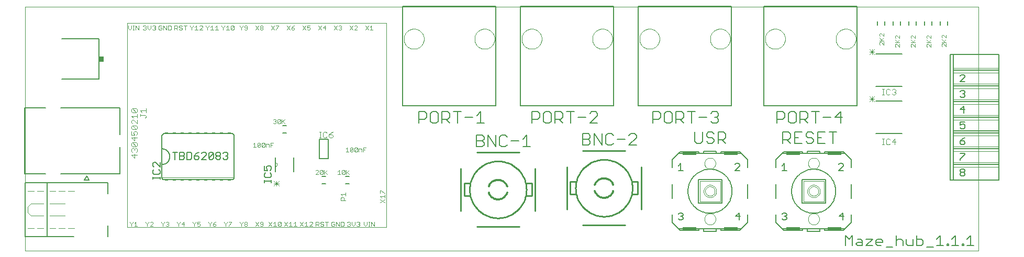
<source format=gto>
G75*
%MOIN*%
%OFA0B0*%
%FSLAX24Y24*%
%IPPOS*%
%LPD*%
%AMOC8*
5,1,8,0,0,1.08239X$1,22.5*
%
%ADD10C,0.0000*%
%ADD11C,0.0070*%
%ADD12C,0.0120*%
%ADD13C,0.0100*%
%ADD14C,0.0060*%
%ADD15C,0.0020*%
%ADD16C,0.0050*%
%ADD17R,0.0850X0.0200*%
%ADD18C,0.0080*%
%ADD19C,0.0040*%
%ADD20R,0.0300X0.0340*%
%ADD21C,0.0030*%
%ADD22C,0.0010*%
%ADD23R,0.0200X0.0050*%
D10*
X002520Y000280D02*
X063225Y000280D01*
X063225Y015831D01*
X002520Y015831D01*
X002520Y000280D01*
X018430Y005660D02*
X018451Y005662D01*
X018471Y005667D01*
X018490Y005676D01*
X018507Y005688D01*
X018522Y005703D01*
X018534Y005720D01*
X018543Y005739D01*
X018548Y005759D01*
X018550Y005780D01*
X018548Y005801D01*
X018543Y005821D01*
X018534Y005840D01*
X018522Y005857D01*
X018507Y005872D01*
X018490Y005884D01*
X018471Y005893D01*
X018451Y005898D01*
X018430Y005900D01*
X026630Y013780D02*
X026632Y013830D01*
X026638Y013880D01*
X026648Y013929D01*
X026661Y013978D01*
X026679Y014025D01*
X026700Y014071D01*
X026724Y014114D01*
X026752Y014156D01*
X026783Y014196D01*
X026817Y014233D01*
X026854Y014267D01*
X026894Y014298D01*
X026936Y014326D01*
X026979Y014350D01*
X027025Y014371D01*
X027072Y014389D01*
X027121Y014402D01*
X027170Y014412D01*
X027220Y014418D01*
X027270Y014420D01*
X027320Y014418D01*
X027370Y014412D01*
X027419Y014402D01*
X027468Y014389D01*
X027515Y014371D01*
X027561Y014350D01*
X027604Y014326D01*
X027646Y014298D01*
X027686Y014267D01*
X027723Y014233D01*
X027757Y014196D01*
X027788Y014156D01*
X027816Y014114D01*
X027840Y014071D01*
X027861Y014025D01*
X027879Y013978D01*
X027892Y013929D01*
X027902Y013880D01*
X027908Y013830D01*
X027910Y013780D01*
X027908Y013730D01*
X027902Y013680D01*
X027892Y013631D01*
X027879Y013582D01*
X027861Y013535D01*
X027840Y013489D01*
X027816Y013446D01*
X027788Y013404D01*
X027757Y013364D01*
X027723Y013327D01*
X027686Y013293D01*
X027646Y013262D01*
X027604Y013234D01*
X027561Y013210D01*
X027515Y013189D01*
X027468Y013171D01*
X027419Y013158D01*
X027370Y013148D01*
X027320Y013142D01*
X027270Y013140D01*
X027220Y013142D01*
X027170Y013148D01*
X027121Y013158D01*
X027072Y013171D01*
X027025Y013189D01*
X026979Y013210D01*
X026936Y013234D01*
X026894Y013262D01*
X026854Y013293D01*
X026817Y013327D01*
X026783Y013364D01*
X026752Y013404D01*
X026724Y013446D01*
X026700Y013489D01*
X026679Y013535D01*
X026661Y013582D01*
X026648Y013631D01*
X026638Y013680D01*
X026632Y013730D01*
X026630Y013780D01*
X031130Y013780D02*
X031132Y013830D01*
X031138Y013880D01*
X031148Y013929D01*
X031161Y013978D01*
X031179Y014025D01*
X031200Y014071D01*
X031224Y014114D01*
X031252Y014156D01*
X031283Y014196D01*
X031317Y014233D01*
X031354Y014267D01*
X031394Y014298D01*
X031436Y014326D01*
X031479Y014350D01*
X031525Y014371D01*
X031572Y014389D01*
X031621Y014402D01*
X031670Y014412D01*
X031720Y014418D01*
X031770Y014420D01*
X031820Y014418D01*
X031870Y014412D01*
X031919Y014402D01*
X031968Y014389D01*
X032015Y014371D01*
X032061Y014350D01*
X032104Y014326D01*
X032146Y014298D01*
X032186Y014267D01*
X032223Y014233D01*
X032257Y014196D01*
X032288Y014156D01*
X032316Y014114D01*
X032340Y014071D01*
X032361Y014025D01*
X032379Y013978D01*
X032392Y013929D01*
X032402Y013880D01*
X032408Y013830D01*
X032410Y013780D01*
X032408Y013730D01*
X032402Y013680D01*
X032392Y013631D01*
X032379Y013582D01*
X032361Y013535D01*
X032340Y013489D01*
X032316Y013446D01*
X032288Y013404D01*
X032257Y013364D01*
X032223Y013327D01*
X032186Y013293D01*
X032146Y013262D01*
X032104Y013234D01*
X032061Y013210D01*
X032015Y013189D01*
X031968Y013171D01*
X031919Y013158D01*
X031870Y013148D01*
X031820Y013142D01*
X031770Y013140D01*
X031720Y013142D01*
X031670Y013148D01*
X031621Y013158D01*
X031572Y013171D01*
X031525Y013189D01*
X031479Y013210D01*
X031436Y013234D01*
X031394Y013262D01*
X031354Y013293D01*
X031317Y013327D01*
X031283Y013364D01*
X031252Y013404D01*
X031224Y013446D01*
X031200Y013489D01*
X031179Y013535D01*
X031161Y013582D01*
X031148Y013631D01*
X031138Y013680D01*
X031132Y013730D01*
X031130Y013780D01*
X034130Y013780D02*
X034132Y013830D01*
X034138Y013880D01*
X034148Y013929D01*
X034161Y013978D01*
X034179Y014025D01*
X034200Y014071D01*
X034224Y014114D01*
X034252Y014156D01*
X034283Y014196D01*
X034317Y014233D01*
X034354Y014267D01*
X034394Y014298D01*
X034436Y014326D01*
X034479Y014350D01*
X034525Y014371D01*
X034572Y014389D01*
X034621Y014402D01*
X034670Y014412D01*
X034720Y014418D01*
X034770Y014420D01*
X034820Y014418D01*
X034870Y014412D01*
X034919Y014402D01*
X034968Y014389D01*
X035015Y014371D01*
X035061Y014350D01*
X035104Y014326D01*
X035146Y014298D01*
X035186Y014267D01*
X035223Y014233D01*
X035257Y014196D01*
X035288Y014156D01*
X035316Y014114D01*
X035340Y014071D01*
X035361Y014025D01*
X035379Y013978D01*
X035392Y013929D01*
X035402Y013880D01*
X035408Y013830D01*
X035410Y013780D01*
X035408Y013730D01*
X035402Y013680D01*
X035392Y013631D01*
X035379Y013582D01*
X035361Y013535D01*
X035340Y013489D01*
X035316Y013446D01*
X035288Y013404D01*
X035257Y013364D01*
X035223Y013327D01*
X035186Y013293D01*
X035146Y013262D01*
X035104Y013234D01*
X035061Y013210D01*
X035015Y013189D01*
X034968Y013171D01*
X034919Y013158D01*
X034870Y013148D01*
X034820Y013142D01*
X034770Y013140D01*
X034720Y013142D01*
X034670Y013148D01*
X034621Y013158D01*
X034572Y013171D01*
X034525Y013189D01*
X034479Y013210D01*
X034436Y013234D01*
X034394Y013262D01*
X034354Y013293D01*
X034317Y013327D01*
X034283Y013364D01*
X034252Y013404D01*
X034224Y013446D01*
X034200Y013489D01*
X034179Y013535D01*
X034161Y013582D01*
X034148Y013631D01*
X034138Y013680D01*
X034132Y013730D01*
X034130Y013780D01*
X038630Y013780D02*
X038632Y013830D01*
X038638Y013880D01*
X038648Y013929D01*
X038661Y013978D01*
X038679Y014025D01*
X038700Y014071D01*
X038724Y014114D01*
X038752Y014156D01*
X038783Y014196D01*
X038817Y014233D01*
X038854Y014267D01*
X038894Y014298D01*
X038936Y014326D01*
X038979Y014350D01*
X039025Y014371D01*
X039072Y014389D01*
X039121Y014402D01*
X039170Y014412D01*
X039220Y014418D01*
X039270Y014420D01*
X039320Y014418D01*
X039370Y014412D01*
X039419Y014402D01*
X039468Y014389D01*
X039515Y014371D01*
X039561Y014350D01*
X039604Y014326D01*
X039646Y014298D01*
X039686Y014267D01*
X039723Y014233D01*
X039757Y014196D01*
X039788Y014156D01*
X039816Y014114D01*
X039840Y014071D01*
X039861Y014025D01*
X039879Y013978D01*
X039892Y013929D01*
X039902Y013880D01*
X039908Y013830D01*
X039910Y013780D01*
X039908Y013730D01*
X039902Y013680D01*
X039892Y013631D01*
X039879Y013582D01*
X039861Y013535D01*
X039840Y013489D01*
X039816Y013446D01*
X039788Y013404D01*
X039757Y013364D01*
X039723Y013327D01*
X039686Y013293D01*
X039646Y013262D01*
X039604Y013234D01*
X039561Y013210D01*
X039515Y013189D01*
X039468Y013171D01*
X039419Y013158D01*
X039370Y013148D01*
X039320Y013142D01*
X039270Y013140D01*
X039220Y013142D01*
X039170Y013148D01*
X039121Y013158D01*
X039072Y013171D01*
X039025Y013189D01*
X038979Y013210D01*
X038936Y013234D01*
X038894Y013262D01*
X038854Y013293D01*
X038817Y013327D01*
X038783Y013364D01*
X038752Y013404D01*
X038724Y013446D01*
X038700Y013489D01*
X038679Y013535D01*
X038661Y013582D01*
X038648Y013631D01*
X038638Y013680D01*
X038632Y013730D01*
X038630Y013780D01*
X041630Y013780D02*
X041632Y013830D01*
X041638Y013880D01*
X041648Y013929D01*
X041661Y013978D01*
X041679Y014025D01*
X041700Y014071D01*
X041724Y014114D01*
X041752Y014156D01*
X041783Y014196D01*
X041817Y014233D01*
X041854Y014267D01*
X041894Y014298D01*
X041936Y014326D01*
X041979Y014350D01*
X042025Y014371D01*
X042072Y014389D01*
X042121Y014402D01*
X042170Y014412D01*
X042220Y014418D01*
X042270Y014420D01*
X042320Y014418D01*
X042370Y014412D01*
X042419Y014402D01*
X042468Y014389D01*
X042515Y014371D01*
X042561Y014350D01*
X042604Y014326D01*
X042646Y014298D01*
X042686Y014267D01*
X042723Y014233D01*
X042757Y014196D01*
X042788Y014156D01*
X042816Y014114D01*
X042840Y014071D01*
X042861Y014025D01*
X042879Y013978D01*
X042892Y013929D01*
X042902Y013880D01*
X042908Y013830D01*
X042910Y013780D01*
X042908Y013730D01*
X042902Y013680D01*
X042892Y013631D01*
X042879Y013582D01*
X042861Y013535D01*
X042840Y013489D01*
X042816Y013446D01*
X042788Y013404D01*
X042757Y013364D01*
X042723Y013327D01*
X042686Y013293D01*
X042646Y013262D01*
X042604Y013234D01*
X042561Y013210D01*
X042515Y013189D01*
X042468Y013171D01*
X042419Y013158D01*
X042370Y013148D01*
X042320Y013142D01*
X042270Y013140D01*
X042220Y013142D01*
X042170Y013148D01*
X042121Y013158D01*
X042072Y013171D01*
X042025Y013189D01*
X041979Y013210D01*
X041936Y013234D01*
X041894Y013262D01*
X041854Y013293D01*
X041817Y013327D01*
X041783Y013364D01*
X041752Y013404D01*
X041724Y013446D01*
X041700Y013489D01*
X041679Y013535D01*
X041661Y013582D01*
X041648Y013631D01*
X041638Y013680D01*
X041632Y013730D01*
X041630Y013780D01*
X046130Y013780D02*
X046132Y013830D01*
X046138Y013880D01*
X046148Y013929D01*
X046161Y013978D01*
X046179Y014025D01*
X046200Y014071D01*
X046224Y014114D01*
X046252Y014156D01*
X046283Y014196D01*
X046317Y014233D01*
X046354Y014267D01*
X046394Y014298D01*
X046436Y014326D01*
X046479Y014350D01*
X046525Y014371D01*
X046572Y014389D01*
X046621Y014402D01*
X046670Y014412D01*
X046720Y014418D01*
X046770Y014420D01*
X046820Y014418D01*
X046870Y014412D01*
X046919Y014402D01*
X046968Y014389D01*
X047015Y014371D01*
X047061Y014350D01*
X047104Y014326D01*
X047146Y014298D01*
X047186Y014267D01*
X047223Y014233D01*
X047257Y014196D01*
X047288Y014156D01*
X047316Y014114D01*
X047340Y014071D01*
X047361Y014025D01*
X047379Y013978D01*
X047392Y013929D01*
X047402Y013880D01*
X047408Y013830D01*
X047410Y013780D01*
X047408Y013730D01*
X047402Y013680D01*
X047392Y013631D01*
X047379Y013582D01*
X047361Y013535D01*
X047340Y013489D01*
X047316Y013446D01*
X047288Y013404D01*
X047257Y013364D01*
X047223Y013327D01*
X047186Y013293D01*
X047146Y013262D01*
X047104Y013234D01*
X047061Y013210D01*
X047015Y013189D01*
X046968Y013171D01*
X046919Y013158D01*
X046870Y013148D01*
X046820Y013142D01*
X046770Y013140D01*
X046720Y013142D01*
X046670Y013148D01*
X046621Y013158D01*
X046572Y013171D01*
X046525Y013189D01*
X046479Y013210D01*
X046436Y013234D01*
X046394Y013262D01*
X046354Y013293D01*
X046317Y013327D01*
X046283Y013364D01*
X046252Y013404D01*
X046224Y013446D01*
X046200Y013489D01*
X046179Y013535D01*
X046161Y013582D01*
X046148Y013631D01*
X046138Y013680D01*
X046132Y013730D01*
X046130Y013780D01*
X049630Y013780D02*
X049632Y013830D01*
X049638Y013880D01*
X049648Y013929D01*
X049661Y013978D01*
X049679Y014025D01*
X049700Y014071D01*
X049724Y014114D01*
X049752Y014156D01*
X049783Y014196D01*
X049817Y014233D01*
X049854Y014267D01*
X049894Y014298D01*
X049936Y014326D01*
X049979Y014350D01*
X050025Y014371D01*
X050072Y014389D01*
X050121Y014402D01*
X050170Y014412D01*
X050220Y014418D01*
X050270Y014420D01*
X050320Y014418D01*
X050370Y014412D01*
X050419Y014402D01*
X050468Y014389D01*
X050515Y014371D01*
X050561Y014350D01*
X050604Y014326D01*
X050646Y014298D01*
X050686Y014267D01*
X050723Y014233D01*
X050757Y014196D01*
X050788Y014156D01*
X050816Y014114D01*
X050840Y014071D01*
X050861Y014025D01*
X050879Y013978D01*
X050892Y013929D01*
X050902Y013880D01*
X050908Y013830D01*
X050910Y013780D01*
X050908Y013730D01*
X050902Y013680D01*
X050892Y013631D01*
X050879Y013582D01*
X050861Y013535D01*
X050840Y013489D01*
X050816Y013446D01*
X050788Y013404D01*
X050757Y013364D01*
X050723Y013327D01*
X050686Y013293D01*
X050646Y013262D01*
X050604Y013234D01*
X050561Y013210D01*
X050515Y013189D01*
X050468Y013171D01*
X050419Y013158D01*
X050370Y013148D01*
X050320Y013142D01*
X050270Y013140D01*
X050220Y013142D01*
X050170Y013148D01*
X050121Y013158D01*
X050072Y013171D01*
X050025Y013189D01*
X049979Y013210D01*
X049936Y013234D01*
X049894Y013262D01*
X049854Y013293D01*
X049817Y013327D01*
X049783Y013364D01*
X049752Y013404D01*
X049724Y013446D01*
X049700Y013489D01*
X049679Y013535D01*
X049661Y013582D01*
X049648Y013631D01*
X049638Y013680D01*
X049632Y013730D01*
X049630Y013780D01*
X054130Y013780D02*
X054132Y013830D01*
X054138Y013880D01*
X054148Y013929D01*
X054161Y013978D01*
X054179Y014025D01*
X054200Y014071D01*
X054224Y014114D01*
X054252Y014156D01*
X054283Y014196D01*
X054317Y014233D01*
X054354Y014267D01*
X054394Y014298D01*
X054436Y014326D01*
X054479Y014350D01*
X054525Y014371D01*
X054572Y014389D01*
X054621Y014402D01*
X054670Y014412D01*
X054720Y014418D01*
X054770Y014420D01*
X054820Y014418D01*
X054870Y014412D01*
X054919Y014402D01*
X054968Y014389D01*
X055015Y014371D01*
X055061Y014350D01*
X055104Y014326D01*
X055146Y014298D01*
X055186Y014267D01*
X055223Y014233D01*
X055257Y014196D01*
X055288Y014156D01*
X055316Y014114D01*
X055340Y014071D01*
X055361Y014025D01*
X055379Y013978D01*
X055392Y013929D01*
X055402Y013880D01*
X055408Y013830D01*
X055410Y013780D01*
X055408Y013730D01*
X055402Y013680D01*
X055392Y013631D01*
X055379Y013582D01*
X055361Y013535D01*
X055340Y013489D01*
X055316Y013446D01*
X055288Y013404D01*
X055257Y013364D01*
X055223Y013327D01*
X055186Y013293D01*
X055146Y013262D01*
X055104Y013234D01*
X055061Y013210D01*
X055015Y013189D01*
X054968Y013171D01*
X054919Y013158D01*
X054870Y013148D01*
X054820Y013142D01*
X054770Y013140D01*
X054720Y013142D01*
X054670Y013148D01*
X054621Y013158D01*
X054572Y013171D01*
X054525Y013189D01*
X054479Y013210D01*
X054436Y013234D01*
X054394Y013262D01*
X054354Y013293D01*
X054317Y013327D01*
X054283Y013364D01*
X054252Y013404D01*
X054224Y013446D01*
X054200Y013489D01*
X054179Y013535D01*
X054161Y013582D01*
X054148Y013631D01*
X054138Y013680D01*
X054132Y013730D01*
X054130Y013780D01*
X052365Y005850D02*
X052367Y005887D01*
X052373Y005924D01*
X052382Y005960D01*
X052396Y005994D01*
X052413Y006027D01*
X052433Y006059D01*
X052456Y006088D01*
X052482Y006114D01*
X052511Y006137D01*
X052542Y006157D01*
X052576Y006174D01*
X052610Y006188D01*
X052646Y006197D01*
X052683Y006203D01*
X052720Y006205D01*
X052757Y006203D01*
X052794Y006197D01*
X052830Y006188D01*
X052864Y006174D01*
X052897Y006157D01*
X052929Y006137D01*
X052958Y006114D01*
X052984Y006088D01*
X053007Y006059D01*
X053027Y006028D01*
X053044Y005994D01*
X053058Y005960D01*
X053067Y005924D01*
X053073Y005887D01*
X053075Y005850D01*
X053073Y005813D01*
X053067Y005776D01*
X053058Y005740D01*
X053044Y005706D01*
X053027Y005673D01*
X053007Y005641D01*
X052984Y005612D01*
X052958Y005586D01*
X052929Y005563D01*
X052898Y005543D01*
X052864Y005526D01*
X052830Y005512D01*
X052794Y005503D01*
X052757Y005497D01*
X052720Y005495D01*
X052683Y005497D01*
X052646Y005503D01*
X052610Y005512D01*
X052576Y005526D01*
X052543Y005543D01*
X052511Y005563D01*
X052482Y005586D01*
X052456Y005612D01*
X052433Y005641D01*
X052413Y005672D01*
X052396Y005706D01*
X052382Y005740D01*
X052373Y005776D01*
X052367Y005813D01*
X052365Y005850D01*
X045765Y005850D02*
X045767Y005887D01*
X045773Y005924D01*
X045782Y005960D01*
X045796Y005994D01*
X045813Y006027D01*
X045833Y006059D01*
X045856Y006088D01*
X045882Y006114D01*
X045911Y006137D01*
X045942Y006157D01*
X045976Y006174D01*
X046010Y006188D01*
X046046Y006197D01*
X046083Y006203D01*
X046120Y006205D01*
X046157Y006203D01*
X046194Y006197D01*
X046230Y006188D01*
X046264Y006174D01*
X046297Y006157D01*
X046329Y006137D01*
X046358Y006114D01*
X046384Y006088D01*
X046407Y006059D01*
X046427Y006028D01*
X046444Y005994D01*
X046458Y005960D01*
X046467Y005924D01*
X046473Y005887D01*
X046475Y005850D01*
X046473Y005813D01*
X046467Y005776D01*
X046458Y005740D01*
X046444Y005706D01*
X046427Y005673D01*
X046407Y005641D01*
X046384Y005612D01*
X046358Y005586D01*
X046329Y005563D01*
X046298Y005543D01*
X046264Y005526D01*
X046230Y005512D01*
X046194Y005503D01*
X046157Y005497D01*
X046120Y005495D01*
X046083Y005497D01*
X046046Y005503D01*
X046010Y005512D01*
X045976Y005526D01*
X045943Y005543D01*
X045911Y005563D01*
X045882Y005586D01*
X045856Y005612D01*
X045833Y005641D01*
X045813Y005672D01*
X045796Y005706D01*
X045782Y005740D01*
X045773Y005776D01*
X045767Y005813D01*
X045765Y005850D01*
X045765Y002310D02*
X045767Y002347D01*
X045773Y002384D01*
X045782Y002420D01*
X045796Y002454D01*
X045813Y002487D01*
X045833Y002519D01*
X045856Y002548D01*
X045882Y002574D01*
X045911Y002597D01*
X045942Y002617D01*
X045976Y002634D01*
X046010Y002648D01*
X046046Y002657D01*
X046083Y002663D01*
X046120Y002665D01*
X046157Y002663D01*
X046194Y002657D01*
X046230Y002648D01*
X046264Y002634D01*
X046297Y002617D01*
X046329Y002597D01*
X046358Y002574D01*
X046384Y002548D01*
X046407Y002519D01*
X046427Y002488D01*
X046444Y002454D01*
X046458Y002420D01*
X046467Y002384D01*
X046473Y002347D01*
X046475Y002310D01*
X046473Y002273D01*
X046467Y002236D01*
X046458Y002200D01*
X046444Y002166D01*
X046427Y002133D01*
X046407Y002101D01*
X046384Y002072D01*
X046358Y002046D01*
X046329Y002023D01*
X046298Y002003D01*
X046264Y001986D01*
X046230Y001972D01*
X046194Y001963D01*
X046157Y001957D01*
X046120Y001955D01*
X046083Y001957D01*
X046046Y001963D01*
X046010Y001972D01*
X045976Y001986D01*
X045943Y002003D01*
X045911Y002023D01*
X045882Y002046D01*
X045856Y002072D01*
X045833Y002101D01*
X045813Y002132D01*
X045796Y002166D01*
X045782Y002200D01*
X045773Y002236D01*
X045767Y002273D01*
X045765Y002310D01*
X052365Y002310D02*
X052367Y002347D01*
X052373Y002384D01*
X052382Y002420D01*
X052396Y002454D01*
X052413Y002487D01*
X052433Y002519D01*
X052456Y002548D01*
X052482Y002574D01*
X052511Y002597D01*
X052542Y002617D01*
X052576Y002634D01*
X052610Y002648D01*
X052646Y002657D01*
X052683Y002663D01*
X052720Y002665D01*
X052757Y002663D01*
X052794Y002657D01*
X052830Y002648D01*
X052864Y002634D01*
X052897Y002617D01*
X052929Y002597D01*
X052958Y002574D01*
X052984Y002548D01*
X053007Y002519D01*
X053027Y002488D01*
X053044Y002454D01*
X053058Y002420D01*
X053067Y002384D01*
X053073Y002347D01*
X053075Y002310D01*
X053073Y002273D01*
X053067Y002236D01*
X053058Y002200D01*
X053044Y002166D01*
X053027Y002133D01*
X053007Y002101D01*
X052984Y002072D01*
X052958Y002046D01*
X052929Y002023D01*
X052898Y002003D01*
X052864Y001986D01*
X052830Y001972D01*
X052794Y001963D01*
X052757Y001957D01*
X052720Y001955D01*
X052683Y001957D01*
X052646Y001963D01*
X052610Y001972D01*
X052576Y001986D01*
X052543Y002003D01*
X052511Y002023D01*
X052482Y002046D01*
X052456Y002072D01*
X052433Y002101D01*
X052413Y002132D01*
X052396Y002166D01*
X052382Y002200D01*
X052373Y002236D01*
X052367Y002273D01*
X052365Y002310D01*
D11*
X054755Y001246D02*
X054966Y001035D01*
X055176Y001246D01*
X055176Y000615D01*
X055400Y000720D02*
X055505Y000825D01*
X055820Y000825D01*
X055820Y000930D02*
X055820Y000615D01*
X055505Y000615D01*
X055400Y000720D01*
X055715Y001035D02*
X055820Y000930D01*
X055715Y001035D02*
X055505Y001035D01*
X056045Y001035D02*
X056465Y001035D01*
X056045Y000615D01*
X056465Y000615D01*
X056689Y000720D02*
X056689Y000930D01*
X056794Y001035D01*
X057004Y001035D01*
X057109Y000930D01*
X057109Y000825D01*
X056689Y000825D01*
X056689Y000720D02*
X056794Y000615D01*
X057004Y000615D01*
X057334Y000510D02*
X057754Y000510D01*
X057978Y000615D02*
X057978Y001246D01*
X058083Y001035D02*
X058293Y001035D01*
X058399Y000930D01*
X058399Y000615D01*
X058623Y000720D02*
X058728Y000615D01*
X059043Y000615D01*
X059043Y001035D01*
X059267Y001035D02*
X059583Y001035D01*
X059688Y000930D01*
X059688Y000720D01*
X059583Y000615D01*
X059267Y000615D01*
X059267Y001246D01*
X058623Y001035D02*
X058623Y000720D01*
X058083Y001035D02*
X057978Y000930D01*
X059912Y000510D02*
X060332Y000510D01*
X060556Y000615D02*
X060977Y000615D01*
X060767Y000615D02*
X060767Y001246D01*
X060556Y001035D01*
X061201Y000720D02*
X061306Y000720D01*
X061306Y000615D01*
X061201Y000615D01*
X061201Y000720D01*
X061523Y000615D02*
X061944Y000615D01*
X061733Y000615D02*
X061733Y001246D01*
X061523Y001035D01*
X062490Y001035D02*
X062700Y001246D01*
X062700Y000615D01*
X062490Y000615D02*
X062910Y000615D01*
X062273Y000615D02*
X062168Y000615D01*
X062168Y000720D01*
X062273Y000720D01*
X062273Y000615D01*
X054755Y000615D02*
X054755Y001246D01*
D12*
X039960Y004083D02*
X039943Y004038D01*
X039922Y003994D01*
X039898Y003952D01*
X039871Y003912D01*
X039841Y003874D01*
X039808Y003838D01*
X039772Y003805D01*
X039734Y003775D01*
X039693Y003749D01*
X039651Y003725D01*
X039607Y003705D01*
X039561Y003688D01*
X039514Y003675D01*
X039467Y003666D01*
X039419Y003660D01*
X039370Y003658D01*
X039321Y003660D01*
X039273Y003666D01*
X039226Y003675D01*
X039179Y003688D01*
X039133Y003705D01*
X039089Y003725D01*
X039047Y003749D01*
X039006Y003775D01*
X038968Y003805D01*
X038932Y003838D01*
X038899Y003874D01*
X038869Y003912D01*
X038842Y003952D01*
X038818Y003994D01*
X038797Y004038D01*
X038780Y004083D01*
X038780Y004477D02*
X038797Y004522D01*
X038818Y004566D01*
X038842Y004608D01*
X038869Y004648D01*
X038899Y004686D01*
X038932Y004722D01*
X038968Y004755D01*
X039006Y004785D01*
X039047Y004811D01*
X039089Y004835D01*
X039133Y004855D01*
X039179Y004872D01*
X039226Y004885D01*
X039273Y004894D01*
X039321Y004900D01*
X039370Y004902D01*
X039419Y004900D01*
X039467Y004894D01*
X039514Y004885D01*
X039561Y004872D01*
X039607Y004855D01*
X039651Y004835D01*
X039693Y004811D01*
X039734Y004785D01*
X039772Y004755D01*
X039808Y004722D01*
X039841Y004686D01*
X039871Y004648D01*
X039898Y004608D01*
X039922Y004566D01*
X039943Y004522D01*
X039960Y004477D01*
X033210Y003983D02*
X033193Y003938D01*
X033172Y003894D01*
X033148Y003852D01*
X033121Y003812D01*
X033091Y003774D01*
X033058Y003738D01*
X033022Y003705D01*
X032984Y003675D01*
X032943Y003649D01*
X032901Y003625D01*
X032857Y003605D01*
X032811Y003588D01*
X032764Y003575D01*
X032717Y003566D01*
X032669Y003560D01*
X032620Y003558D01*
X032571Y003560D01*
X032523Y003566D01*
X032476Y003575D01*
X032429Y003588D01*
X032383Y003605D01*
X032339Y003625D01*
X032297Y003649D01*
X032256Y003675D01*
X032218Y003705D01*
X032182Y003738D01*
X032149Y003774D01*
X032119Y003812D01*
X032092Y003852D01*
X032068Y003894D01*
X032047Y003938D01*
X032030Y003983D01*
X032030Y004377D02*
X032047Y004422D01*
X032068Y004466D01*
X032092Y004508D01*
X032119Y004548D01*
X032149Y004586D01*
X032182Y004622D01*
X032218Y004655D01*
X032256Y004685D01*
X032297Y004711D01*
X032339Y004735D01*
X032383Y004755D01*
X032429Y004772D01*
X032476Y004785D01*
X032523Y004794D01*
X032571Y004800D01*
X032620Y004802D01*
X032669Y004800D01*
X032717Y004794D01*
X032764Y004785D01*
X032811Y004772D01*
X032857Y004755D01*
X032901Y004735D01*
X032943Y004711D01*
X032984Y004685D01*
X033022Y004655D01*
X033058Y004622D01*
X033091Y004586D01*
X033121Y004548D01*
X033148Y004508D01*
X033172Y004466D01*
X033193Y004422D01*
X033210Y004377D01*
D13*
X030811Y004180D02*
X030813Y004265D01*
X030819Y004349D01*
X030829Y004434D01*
X030843Y004517D01*
X030860Y004600D01*
X030882Y004682D01*
X030908Y004763D01*
X030937Y004843D01*
X030970Y004921D01*
X031006Y004997D01*
X031046Y005072D01*
X031090Y005145D01*
X031137Y005216D01*
X031187Y005284D01*
X031240Y005350D01*
X031297Y005413D01*
X031356Y005474D01*
X031418Y005532D01*
X031483Y005587D01*
X031550Y005639D01*
X031619Y005687D01*
X031691Y005732D01*
X031765Y005774D01*
X031841Y005812D01*
X031918Y005847D01*
X031997Y005878D01*
X032077Y005906D01*
X032159Y005929D01*
X032241Y005949D01*
X032324Y005965D01*
X032408Y005977D01*
X032493Y005985D01*
X032578Y005989D01*
X032662Y005989D01*
X032747Y005985D01*
X032832Y005977D01*
X032916Y005965D01*
X032999Y005949D01*
X033081Y005929D01*
X033163Y005906D01*
X033243Y005878D01*
X033322Y005847D01*
X033399Y005812D01*
X033475Y005774D01*
X033549Y005732D01*
X033621Y005687D01*
X033690Y005639D01*
X033757Y005587D01*
X033822Y005532D01*
X033884Y005474D01*
X033943Y005413D01*
X034000Y005350D01*
X034053Y005284D01*
X034103Y005216D01*
X034150Y005145D01*
X034194Y005072D01*
X034234Y004997D01*
X034270Y004921D01*
X034303Y004843D01*
X034332Y004763D01*
X034358Y004682D01*
X034380Y004600D01*
X034397Y004517D01*
X034411Y004434D01*
X034421Y004349D01*
X034427Y004265D01*
X034429Y004180D01*
X034427Y004095D01*
X034421Y004011D01*
X034411Y003926D01*
X034397Y003843D01*
X034380Y003760D01*
X034358Y003678D01*
X034332Y003597D01*
X034303Y003517D01*
X034270Y003439D01*
X034234Y003363D01*
X034194Y003288D01*
X034150Y003215D01*
X034103Y003144D01*
X034053Y003076D01*
X034000Y003010D01*
X033943Y002947D01*
X033884Y002886D01*
X033822Y002828D01*
X033757Y002773D01*
X033690Y002721D01*
X033621Y002673D01*
X033549Y002628D01*
X033475Y002586D01*
X033399Y002548D01*
X033322Y002513D01*
X033243Y002482D01*
X033163Y002454D01*
X033081Y002431D01*
X032999Y002411D01*
X032916Y002395D01*
X032832Y002383D01*
X032747Y002375D01*
X032662Y002371D01*
X032578Y002371D01*
X032493Y002375D01*
X032408Y002383D01*
X032324Y002395D01*
X032241Y002411D01*
X032159Y002431D01*
X032077Y002454D01*
X031997Y002482D01*
X031918Y002513D01*
X031841Y002548D01*
X031765Y002586D01*
X031691Y002628D01*
X031619Y002673D01*
X031550Y002721D01*
X031483Y002773D01*
X031418Y002828D01*
X031356Y002886D01*
X031297Y002947D01*
X031240Y003010D01*
X031187Y003076D01*
X031137Y003144D01*
X031090Y003215D01*
X031046Y003288D01*
X031006Y003363D01*
X030970Y003439D01*
X030937Y003517D01*
X030908Y003597D01*
X030882Y003678D01*
X030860Y003760D01*
X030843Y003843D01*
X030829Y003926D01*
X030819Y004011D01*
X030813Y004095D01*
X030811Y004180D01*
X030820Y003780D02*
X030470Y003780D01*
X030470Y004580D01*
X030820Y004580D01*
X030258Y005523D02*
X030258Y002837D01*
X031278Y001818D02*
X033963Y001818D01*
X034983Y002837D02*
X034983Y005523D01*
X037008Y005623D02*
X037008Y002937D01*
X037220Y003880D02*
X037570Y003880D01*
X037220Y003880D02*
X037220Y004680D01*
X037570Y004680D01*
X037561Y004280D02*
X037563Y004365D01*
X037569Y004449D01*
X037579Y004534D01*
X037593Y004617D01*
X037610Y004700D01*
X037632Y004782D01*
X037658Y004863D01*
X037687Y004943D01*
X037720Y005021D01*
X037756Y005097D01*
X037796Y005172D01*
X037840Y005245D01*
X037887Y005316D01*
X037937Y005384D01*
X037990Y005450D01*
X038047Y005513D01*
X038106Y005574D01*
X038168Y005632D01*
X038233Y005687D01*
X038300Y005739D01*
X038369Y005787D01*
X038441Y005832D01*
X038515Y005874D01*
X038591Y005912D01*
X038668Y005947D01*
X038747Y005978D01*
X038827Y006006D01*
X038909Y006029D01*
X038991Y006049D01*
X039074Y006065D01*
X039158Y006077D01*
X039243Y006085D01*
X039328Y006089D01*
X039412Y006089D01*
X039497Y006085D01*
X039582Y006077D01*
X039666Y006065D01*
X039749Y006049D01*
X039831Y006029D01*
X039913Y006006D01*
X039993Y005978D01*
X040072Y005947D01*
X040149Y005912D01*
X040225Y005874D01*
X040299Y005832D01*
X040371Y005787D01*
X040440Y005739D01*
X040507Y005687D01*
X040572Y005632D01*
X040634Y005574D01*
X040693Y005513D01*
X040750Y005450D01*
X040803Y005384D01*
X040853Y005316D01*
X040900Y005245D01*
X040944Y005172D01*
X040984Y005097D01*
X041020Y005021D01*
X041053Y004943D01*
X041082Y004863D01*
X041108Y004782D01*
X041130Y004700D01*
X041147Y004617D01*
X041161Y004534D01*
X041171Y004449D01*
X041177Y004365D01*
X041179Y004280D01*
X041177Y004195D01*
X041171Y004111D01*
X041161Y004026D01*
X041147Y003943D01*
X041130Y003860D01*
X041108Y003778D01*
X041082Y003697D01*
X041053Y003617D01*
X041020Y003539D01*
X040984Y003463D01*
X040944Y003388D01*
X040900Y003315D01*
X040853Y003244D01*
X040803Y003176D01*
X040750Y003110D01*
X040693Y003047D01*
X040634Y002986D01*
X040572Y002928D01*
X040507Y002873D01*
X040440Y002821D01*
X040371Y002773D01*
X040299Y002728D01*
X040225Y002686D01*
X040149Y002648D01*
X040072Y002613D01*
X039993Y002582D01*
X039913Y002554D01*
X039831Y002531D01*
X039749Y002511D01*
X039666Y002495D01*
X039582Y002483D01*
X039497Y002475D01*
X039412Y002471D01*
X039328Y002471D01*
X039243Y002475D01*
X039158Y002483D01*
X039074Y002495D01*
X038991Y002511D01*
X038909Y002531D01*
X038827Y002554D01*
X038747Y002582D01*
X038668Y002613D01*
X038591Y002648D01*
X038515Y002686D01*
X038441Y002728D01*
X038369Y002773D01*
X038300Y002821D01*
X038233Y002873D01*
X038168Y002928D01*
X038106Y002986D01*
X038047Y003047D01*
X037990Y003110D01*
X037937Y003176D01*
X037887Y003244D01*
X037840Y003315D01*
X037796Y003388D01*
X037756Y003463D01*
X037720Y003539D01*
X037687Y003617D01*
X037658Y003697D01*
X037632Y003778D01*
X037610Y003860D01*
X037593Y003943D01*
X037579Y004026D01*
X037569Y004111D01*
X037563Y004195D01*
X037561Y004280D01*
X034770Y004580D02*
X034770Y003780D01*
X034420Y003780D01*
X034420Y004580D02*
X034770Y004580D01*
X033963Y006542D02*
X031278Y006542D01*
X038028Y006642D02*
X040713Y006642D01*
X041733Y005623D02*
X041733Y002937D01*
X041520Y003880D02*
X041170Y003880D01*
X041520Y003880D02*
X041520Y004680D01*
X041170Y004680D01*
X040713Y001918D02*
X038028Y001918D01*
D14*
X043720Y002080D02*
X044120Y001680D01*
X044220Y001580D01*
X045420Y001580D01*
X045420Y001680D01*
X045720Y001680D01*
X046520Y001680D01*
X046820Y001680D01*
X048120Y001680D01*
X048020Y001580D01*
X046820Y001580D01*
X046820Y001680D01*
X046520Y001680D02*
X046520Y001530D01*
X045720Y001530D01*
X045720Y001680D01*
X045420Y001680D02*
X044120Y001680D01*
X043720Y002080D02*
X043720Y002580D01*
X045370Y003330D02*
X045370Y004830D01*
X046870Y004830D01*
X046870Y003330D01*
X045370Y003330D01*
X043720Y003630D02*
X043720Y004530D01*
X044720Y004080D02*
X044722Y004155D01*
X044728Y004229D01*
X044738Y004303D01*
X044752Y004376D01*
X044769Y004448D01*
X044791Y004520D01*
X044816Y004590D01*
X044845Y004658D01*
X044878Y004726D01*
X044914Y004791D01*
X044953Y004854D01*
X044996Y004915D01*
X045042Y004974D01*
X045091Y005030D01*
X045143Y005083D01*
X045198Y005134D01*
X045255Y005181D01*
X045315Y005226D01*
X045377Y005267D01*
X045442Y005305D01*
X045508Y005339D01*
X045576Y005370D01*
X045645Y005397D01*
X045716Y005420D01*
X045788Y005440D01*
X045861Y005456D01*
X045934Y005468D01*
X046008Y005476D01*
X046083Y005480D01*
X046157Y005480D01*
X046232Y005476D01*
X046306Y005468D01*
X046379Y005456D01*
X046452Y005440D01*
X046524Y005420D01*
X046595Y005397D01*
X046664Y005370D01*
X046732Y005339D01*
X046798Y005305D01*
X046863Y005267D01*
X046925Y005226D01*
X046985Y005181D01*
X047042Y005134D01*
X047097Y005083D01*
X047149Y005030D01*
X047198Y004974D01*
X047244Y004915D01*
X047287Y004854D01*
X047326Y004791D01*
X047362Y004726D01*
X047395Y004658D01*
X047424Y004590D01*
X047449Y004520D01*
X047471Y004448D01*
X047488Y004376D01*
X047502Y004303D01*
X047512Y004229D01*
X047518Y004155D01*
X047520Y004080D01*
X047518Y004005D01*
X047512Y003931D01*
X047502Y003857D01*
X047488Y003784D01*
X047471Y003712D01*
X047449Y003640D01*
X047424Y003570D01*
X047395Y003502D01*
X047362Y003434D01*
X047326Y003369D01*
X047287Y003306D01*
X047244Y003245D01*
X047198Y003186D01*
X047149Y003130D01*
X047097Y003077D01*
X047042Y003026D01*
X046985Y002979D01*
X046925Y002934D01*
X046863Y002893D01*
X046798Y002855D01*
X046732Y002821D01*
X046664Y002790D01*
X046595Y002763D01*
X046524Y002740D01*
X046452Y002720D01*
X046379Y002704D01*
X046306Y002692D01*
X046232Y002684D01*
X046157Y002680D01*
X046083Y002680D01*
X046008Y002684D01*
X045934Y002692D01*
X045861Y002704D01*
X045788Y002720D01*
X045716Y002740D01*
X045645Y002763D01*
X045576Y002790D01*
X045508Y002821D01*
X045442Y002855D01*
X045377Y002893D01*
X045315Y002934D01*
X045255Y002979D01*
X045198Y003026D01*
X045143Y003077D01*
X045091Y003130D01*
X045042Y003186D01*
X044996Y003245D01*
X044953Y003306D01*
X044914Y003369D01*
X044878Y003434D01*
X044845Y003502D01*
X044816Y003570D01*
X044791Y003640D01*
X044769Y003712D01*
X044752Y003784D01*
X044738Y003857D01*
X044728Y003931D01*
X044722Y004005D01*
X044720Y004080D01*
X048520Y004530D02*
X048520Y003630D01*
X050320Y003630D02*
X050320Y004530D01*
X051970Y004830D02*
X051970Y003330D01*
X053470Y003330D01*
X053470Y004830D01*
X051970Y004830D01*
X051320Y004080D02*
X051322Y004155D01*
X051328Y004229D01*
X051338Y004303D01*
X051352Y004376D01*
X051369Y004448D01*
X051391Y004520D01*
X051416Y004590D01*
X051445Y004658D01*
X051478Y004726D01*
X051514Y004791D01*
X051553Y004854D01*
X051596Y004915D01*
X051642Y004974D01*
X051691Y005030D01*
X051743Y005083D01*
X051798Y005134D01*
X051855Y005181D01*
X051915Y005226D01*
X051977Y005267D01*
X052042Y005305D01*
X052108Y005339D01*
X052176Y005370D01*
X052245Y005397D01*
X052316Y005420D01*
X052388Y005440D01*
X052461Y005456D01*
X052534Y005468D01*
X052608Y005476D01*
X052683Y005480D01*
X052757Y005480D01*
X052832Y005476D01*
X052906Y005468D01*
X052979Y005456D01*
X053052Y005440D01*
X053124Y005420D01*
X053195Y005397D01*
X053264Y005370D01*
X053332Y005339D01*
X053398Y005305D01*
X053463Y005267D01*
X053525Y005226D01*
X053585Y005181D01*
X053642Y005134D01*
X053697Y005083D01*
X053749Y005030D01*
X053798Y004974D01*
X053844Y004915D01*
X053887Y004854D01*
X053926Y004791D01*
X053962Y004726D01*
X053995Y004658D01*
X054024Y004590D01*
X054049Y004520D01*
X054071Y004448D01*
X054088Y004376D01*
X054102Y004303D01*
X054112Y004229D01*
X054118Y004155D01*
X054120Y004080D01*
X054118Y004005D01*
X054112Y003931D01*
X054102Y003857D01*
X054088Y003784D01*
X054071Y003712D01*
X054049Y003640D01*
X054024Y003570D01*
X053995Y003502D01*
X053962Y003434D01*
X053926Y003369D01*
X053887Y003306D01*
X053844Y003245D01*
X053798Y003186D01*
X053749Y003130D01*
X053697Y003077D01*
X053642Y003026D01*
X053585Y002979D01*
X053525Y002934D01*
X053463Y002893D01*
X053398Y002855D01*
X053332Y002821D01*
X053264Y002790D01*
X053195Y002763D01*
X053124Y002740D01*
X053052Y002720D01*
X052979Y002704D01*
X052906Y002692D01*
X052832Y002684D01*
X052757Y002680D01*
X052683Y002680D01*
X052608Y002684D01*
X052534Y002692D01*
X052461Y002704D01*
X052388Y002720D01*
X052316Y002740D01*
X052245Y002763D01*
X052176Y002790D01*
X052108Y002821D01*
X052042Y002855D01*
X051977Y002893D01*
X051915Y002934D01*
X051855Y002979D01*
X051798Y003026D01*
X051743Y003077D01*
X051691Y003130D01*
X051642Y003186D01*
X051596Y003245D01*
X051553Y003306D01*
X051514Y003369D01*
X051478Y003434D01*
X051445Y003502D01*
X051416Y003570D01*
X051391Y003640D01*
X051369Y003712D01*
X051352Y003784D01*
X051338Y003857D01*
X051328Y003931D01*
X051322Y004005D01*
X051320Y004080D01*
X055120Y004530D02*
X055120Y003630D01*
X055120Y002580D02*
X055120Y002080D01*
X054720Y001680D01*
X054620Y001580D01*
X053420Y001580D01*
X053420Y001680D01*
X054720Y001680D01*
X053420Y001680D02*
X053120Y001680D01*
X052320Y001680D01*
X052020Y001680D01*
X052020Y001580D01*
X050820Y001580D01*
X050720Y001680D01*
X052020Y001680D01*
X052320Y001680D02*
X052320Y001530D01*
X053120Y001530D01*
X053120Y001680D01*
X050720Y001680D02*
X050320Y002080D01*
X050320Y002580D01*
X048520Y002580D02*
X048520Y002080D01*
X048120Y001680D01*
X048520Y005580D02*
X048520Y006080D01*
X048120Y006480D01*
X048020Y006580D01*
X046820Y006580D01*
X046820Y006480D01*
X046520Y006480D01*
X046520Y006630D01*
X045720Y006630D01*
X045720Y006480D01*
X045420Y006480D01*
X045420Y006580D01*
X044220Y006580D01*
X044120Y006480D01*
X043720Y006080D01*
X043720Y005580D01*
X044120Y006480D02*
X045420Y006480D01*
X045720Y006480D02*
X046520Y006480D01*
X046820Y006480D02*
X048120Y006480D01*
X050320Y006080D02*
X050320Y005580D01*
X050320Y006080D02*
X050720Y006480D01*
X050820Y006580D01*
X052020Y006580D01*
X052020Y006480D01*
X052320Y006480D01*
X053120Y006480D01*
X053420Y006480D01*
X053420Y006580D01*
X054620Y006580D01*
X054720Y006480D01*
X053420Y006480D01*
X053120Y006480D02*
X053120Y006630D01*
X052320Y006630D01*
X052320Y006480D01*
X052020Y006480D02*
X050720Y006480D01*
X054720Y006480D02*
X055120Y006080D01*
X055120Y005580D01*
X061420Y004780D02*
X061620Y004780D01*
X061620Y005630D01*
X061620Y005780D01*
X061620Y005930D01*
X061620Y006630D01*
X061620Y006780D01*
X061620Y006930D01*
X061620Y007630D01*
X061620Y007780D01*
X061620Y007930D01*
X064520Y007930D01*
X064520Y007780D01*
X064520Y007630D01*
X064520Y006930D01*
X064520Y006780D01*
X064520Y006630D01*
X064520Y005930D01*
X064520Y005780D01*
X064520Y005630D01*
X064520Y004780D01*
X061620Y004780D01*
X061420Y004780D02*
X061420Y012780D01*
X061620Y012780D01*
X061620Y011930D01*
X061620Y011780D01*
X064520Y011780D01*
X064520Y011630D01*
X064520Y010930D01*
X064520Y010780D01*
X061620Y010780D01*
X061620Y010630D01*
X061620Y009930D01*
X061620Y009780D01*
X064520Y009780D01*
X064520Y009630D01*
X064520Y008930D01*
X064520Y008780D01*
X061620Y008780D01*
X061620Y008630D01*
X061620Y007930D01*
X061620Y007780D02*
X064520Y007780D01*
X064520Y007930D02*
X064520Y008630D01*
X064520Y008780D01*
X061620Y008780D02*
X061620Y008930D01*
X061620Y009630D01*
X061620Y009780D01*
X064520Y009780D02*
X064520Y009930D01*
X064520Y010630D01*
X064520Y010780D01*
X061620Y010780D02*
X061620Y010930D01*
X061620Y011630D01*
X061620Y011780D01*
X064520Y011780D02*
X064520Y011930D01*
X064520Y012780D01*
X061620Y012780D01*
X058360Y012820D02*
X056680Y012820D01*
X056784Y014662D02*
X056784Y014898D01*
X057257Y014898D02*
X057257Y014662D01*
X057784Y014662D02*
X057784Y014898D01*
X058257Y014898D02*
X058257Y014662D01*
X058784Y014662D02*
X058784Y014898D01*
X059257Y014898D02*
X059257Y014662D01*
X059784Y014662D02*
X059784Y014898D01*
X060257Y014898D02*
X060257Y014662D01*
X060784Y014662D02*
X060784Y014898D01*
X061257Y014898D02*
X061257Y014662D01*
X058360Y010740D02*
X056680Y010740D01*
X056680Y009820D02*
X058360Y009820D01*
X054558Y008780D02*
X054064Y008780D01*
X054434Y009151D01*
X054434Y008410D01*
X053821Y008780D02*
X053327Y008780D01*
X053084Y009151D02*
X052591Y009151D01*
X052837Y009151D02*
X052837Y008410D01*
X052348Y008410D02*
X052101Y008657D01*
X052224Y008657D02*
X051854Y008657D01*
X051854Y008410D02*
X051854Y009151D01*
X052224Y009151D01*
X052348Y009027D01*
X052348Y008780D01*
X052224Y008657D01*
X051611Y008533D02*
X051611Y009027D01*
X051488Y009151D01*
X051241Y009151D01*
X051117Y009027D01*
X051117Y008533D01*
X051241Y008410D01*
X051488Y008410D01*
X051611Y008533D01*
X050874Y008780D02*
X050751Y008657D01*
X050381Y008657D01*
X050381Y008410D02*
X050381Y009151D01*
X050751Y009151D01*
X050874Y009027D01*
X050874Y008780D01*
X046658Y008657D02*
X046658Y008533D01*
X046534Y008410D01*
X046287Y008410D01*
X046164Y008533D01*
X046534Y008780D02*
X046658Y008657D01*
X046534Y008780D02*
X046411Y008780D01*
X046534Y008780D02*
X046658Y008904D01*
X046658Y009027D01*
X046534Y009151D01*
X046287Y009151D01*
X046164Y009027D01*
X045921Y008780D02*
X045427Y008780D01*
X045184Y009151D02*
X044691Y009151D01*
X044937Y009151D02*
X044937Y008410D01*
X044448Y008410D02*
X044201Y008657D01*
X044324Y008657D02*
X043954Y008657D01*
X043954Y008410D02*
X043954Y009151D01*
X044324Y009151D01*
X044448Y009027D01*
X044448Y008780D01*
X044324Y008657D01*
X043711Y008533D02*
X043711Y009027D01*
X043588Y009151D01*
X043341Y009151D01*
X043217Y009027D01*
X043217Y008533D01*
X043341Y008410D01*
X043588Y008410D01*
X043711Y008533D01*
X042974Y008780D02*
X042851Y008657D01*
X042481Y008657D01*
X042481Y008410D02*
X042481Y009151D01*
X042851Y009151D01*
X042974Y009027D01*
X042974Y008780D01*
X041441Y007627D02*
X041317Y007751D01*
X041070Y007751D01*
X040947Y007627D01*
X040704Y007380D02*
X040210Y007380D01*
X039967Y007627D02*
X039844Y007751D01*
X039597Y007751D01*
X039474Y007627D01*
X039474Y007133D01*
X039597Y007010D01*
X039844Y007010D01*
X039967Y007133D01*
X039231Y007010D02*
X039231Y007751D01*
X038737Y007751D02*
X039231Y007010D01*
X038737Y007010D02*
X038737Y007751D01*
X038494Y007627D02*
X038494Y007504D01*
X038371Y007380D01*
X038000Y007380D01*
X038000Y007010D02*
X038000Y007751D01*
X038371Y007751D01*
X038494Y007627D01*
X038371Y007380D02*
X038494Y007257D01*
X038494Y007133D01*
X038371Y007010D01*
X038000Y007010D01*
X040947Y007010D02*
X041441Y007504D01*
X041441Y007627D01*
X041441Y007010D02*
X040947Y007010D01*
X038958Y008410D02*
X038464Y008410D01*
X038958Y008904D01*
X038958Y009027D01*
X038834Y009151D01*
X038587Y009151D01*
X038464Y009027D01*
X038221Y008780D02*
X037727Y008780D01*
X037484Y009151D02*
X036991Y009151D01*
X037237Y009151D02*
X037237Y008410D01*
X036748Y008410D02*
X036501Y008657D01*
X036624Y008657D02*
X036254Y008657D01*
X036254Y008410D02*
X036254Y009151D01*
X036624Y009151D01*
X036748Y009027D01*
X036748Y008780D01*
X036624Y008657D01*
X036011Y008533D02*
X036011Y009027D01*
X035888Y009151D01*
X035641Y009151D01*
X035517Y009027D01*
X035517Y008533D01*
X035641Y008410D01*
X035888Y008410D01*
X036011Y008533D01*
X035274Y008780D02*
X035151Y008657D01*
X034781Y008657D01*
X034781Y008410D02*
X034781Y009151D01*
X035151Y009151D01*
X035274Y009027D01*
X035274Y008780D01*
X031758Y008410D02*
X031264Y008410D01*
X031511Y008410D02*
X031511Y009151D01*
X031264Y008904D01*
X031021Y008780D02*
X030527Y008780D01*
X030284Y009151D02*
X029791Y009151D01*
X030037Y009151D02*
X030037Y008410D01*
X029548Y008410D02*
X029301Y008657D01*
X029424Y008657D02*
X029054Y008657D01*
X029054Y008410D02*
X029054Y009151D01*
X029424Y009151D01*
X029548Y009027D01*
X029548Y008780D01*
X029424Y008657D01*
X028811Y008533D02*
X028811Y009027D01*
X028688Y009151D01*
X028441Y009151D01*
X028317Y009027D01*
X028317Y008533D01*
X028441Y008410D01*
X028688Y008410D01*
X028811Y008533D01*
X028074Y008780D02*
X027951Y008657D01*
X027581Y008657D01*
X027581Y008410D02*
X027581Y009151D01*
X027951Y009151D01*
X028074Y009027D01*
X028074Y008780D01*
X031250Y007651D02*
X031621Y007651D01*
X031744Y007527D01*
X031744Y007404D01*
X031621Y007280D01*
X031250Y007280D01*
X031621Y007280D02*
X031744Y007157D01*
X031744Y007033D01*
X031621Y006910D01*
X031250Y006910D01*
X031250Y007651D01*
X031987Y007651D02*
X032481Y006910D01*
X032481Y007651D01*
X032724Y007527D02*
X032847Y007651D01*
X033094Y007651D01*
X033217Y007527D01*
X033460Y007280D02*
X033954Y007280D01*
X034197Y007404D02*
X034444Y007651D01*
X034444Y006910D01*
X034197Y006910D02*
X034691Y006910D01*
X033217Y007033D02*
X033094Y006910D01*
X032847Y006910D01*
X032724Y007033D01*
X032724Y007527D01*
X031987Y007651D02*
X031987Y006910D01*
X023139Y005016D02*
X022902Y005016D01*
X022902Y004544D02*
X023139Y004544D01*
X021639Y004544D02*
X021402Y004544D01*
X021402Y005016D02*
X021639Y005016D01*
X019610Y005330D02*
X019610Y006230D01*
X018430Y006230D02*
X018430Y005330D01*
X015820Y004960D02*
X015820Y007600D01*
X015818Y007623D01*
X015813Y007646D01*
X015804Y007668D01*
X015791Y007688D01*
X015776Y007706D01*
X015758Y007721D01*
X015738Y007734D01*
X015716Y007743D01*
X015693Y007748D01*
X015670Y007750D01*
X011370Y007750D01*
X011347Y007748D01*
X011324Y007743D01*
X011302Y007734D01*
X011282Y007721D01*
X011264Y007706D01*
X011249Y007688D01*
X011236Y007668D01*
X011227Y007646D01*
X011222Y007623D01*
X011220Y007600D01*
X011220Y006780D01*
X011220Y005780D01*
X011220Y004960D01*
X011222Y004937D01*
X011227Y004914D01*
X011236Y004892D01*
X011249Y004872D01*
X011264Y004854D01*
X011282Y004839D01*
X011302Y004826D01*
X011324Y004817D01*
X011347Y004812D01*
X011370Y004810D01*
X015670Y004810D01*
X015693Y004812D01*
X015716Y004817D01*
X015738Y004826D01*
X015758Y004839D01*
X015776Y004854D01*
X015791Y004872D01*
X015804Y004892D01*
X015813Y004914D01*
X015818Y004937D01*
X015820Y004960D01*
X011220Y005780D02*
X011264Y005782D01*
X011307Y005788D01*
X011349Y005797D01*
X011391Y005810D01*
X011431Y005827D01*
X011470Y005847D01*
X011507Y005870D01*
X011541Y005897D01*
X011574Y005926D01*
X011603Y005959D01*
X011630Y005993D01*
X011653Y006030D01*
X011673Y006069D01*
X011690Y006109D01*
X011703Y006151D01*
X011712Y006193D01*
X011718Y006236D01*
X011720Y006280D01*
X011718Y006324D01*
X011712Y006367D01*
X011703Y006409D01*
X011690Y006451D01*
X011673Y006491D01*
X011653Y006530D01*
X011630Y006567D01*
X011603Y006601D01*
X011574Y006634D01*
X011541Y006663D01*
X011507Y006690D01*
X011470Y006713D01*
X011431Y006733D01*
X011391Y006750D01*
X011349Y006763D01*
X011307Y006772D01*
X011264Y006778D01*
X011220Y006780D01*
X018902Y007794D02*
X019139Y007794D01*
X019139Y008266D02*
X018902Y008266D01*
X021240Y007388D02*
X021801Y007388D01*
X021801Y006172D01*
X021240Y006172D01*
X021240Y007388D01*
X056680Y007740D02*
X058360Y007740D01*
X061620Y006780D02*
X064520Y006780D01*
X064520Y005780D02*
X061620Y005780D01*
D15*
X061620Y005630D02*
X064520Y005630D01*
X064520Y005930D02*
X061620Y005930D01*
X061620Y006630D02*
X064520Y006630D01*
X064520Y006930D02*
X061620Y006930D01*
X061620Y007630D02*
X064520Y007630D01*
X064520Y008630D02*
X061620Y008630D01*
X061620Y008930D02*
X064520Y008930D01*
X064520Y009630D02*
X061620Y009630D01*
X061620Y009930D02*
X064520Y009930D01*
X064520Y010630D02*
X061620Y010630D01*
X061620Y010930D02*
X064520Y010930D01*
X064520Y011630D02*
X061620Y011630D01*
X061620Y011930D02*
X064520Y011930D01*
X061160Y013290D02*
X060974Y013477D01*
X060927Y013477D01*
X060880Y013430D01*
X060880Y013337D01*
X060927Y013290D01*
X061160Y013290D02*
X061160Y013477D01*
X061160Y013566D02*
X060880Y013566D01*
X061020Y013613D02*
X061160Y013753D01*
X061160Y013842D02*
X060974Y014029D01*
X060927Y014029D01*
X060880Y013983D01*
X060880Y013889D01*
X060927Y013842D01*
X060880Y013753D02*
X061067Y013566D01*
X060185Y013541D02*
X059905Y013541D01*
X059952Y013452D02*
X059905Y013405D01*
X059905Y013312D01*
X059952Y013265D01*
X059952Y013452D02*
X059999Y013452D01*
X060185Y013265D01*
X060185Y013452D01*
X060092Y013541D02*
X059905Y013728D01*
X059952Y013817D02*
X059905Y013864D01*
X059905Y013958D01*
X059952Y014004D01*
X059999Y014004D01*
X060185Y013817D01*
X060185Y014004D01*
X061160Y014029D02*
X061160Y013842D01*
X060185Y013728D02*
X060045Y013588D01*
X059185Y013541D02*
X058905Y013541D01*
X058952Y013452D02*
X058905Y013405D01*
X058905Y013312D01*
X058952Y013265D01*
X058952Y013452D02*
X058999Y013452D01*
X059185Y013265D01*
X059185Y013452D01*
X059092Y013541D02*
X058905Y013728D01*
X058952Y013817D02*
X058905Y013864D01*
X058905Y013958D01*
X058952Y014004D01*
X058999Y014004D01*
X059185Y013817D01*
X059185Y014004D01*
X058185Y014004D02*
X058185Y013817D01*
X057999Y014004D01*
X057952Y014004D01*
X057905Y013958D01*
X057905Y013864D01*
X057952Y013817D01*
X057905Y013728D02*
X058092Y013541D01*
X058045Y013588D02*
X058185Y013728D01*
X058185Y013541D02*
X057905Y013541D01*
X057952Y013452D02*
X057905Y013405D01*
X057905Y013312D01*
X057952Y013265D01*
X057952Y013452D02*
X057999Y013452D01*
X058185Y013265D01*
X058185Y013452D01*
X057185Y013390D02*
X056999Y013577D01*
X056952Y013577D01*
X056905Y013530D01*
X056905Y013437D01*
X056952Y013390D01*
X057185Y013390D02*
X057185Y013577D01*
X057185Y013666D02*
X056905Y013666D01*
X057045Y013713D02*
X057185Y013853D01*
X057185Y013942D02*
X056999Y014129D01*
X056952Y014129D01*
X056905Y014083D01*
X056905Y013989D01*
X056952Y013942D01*
X056905Y013853D02*
X057092Y013666D01*
X057185Y013942D02*
X057185Y014129D01*
X059045Y013588D02*
X059185Y013728D01*
X057894Y010595D02*
X057958Y010532D01*
X057958Y010469D01*
X057894Y010405D01*
X057958Y010342D01*
X057958Y010278D01*
X057894Y010215D01*
X057768Y010215D01*
X057704Y010278D01*
X057590Y010278D02*
X057526Y010215D01*
X057399Y010215D01*
X057336Y010278D01*
X057336Y010532D01*
X057399Y010595D01*
X057526Y010595D01*
X057590Y010532D01*
X057704Y010532D02*
X057768Y010595D01*
X057894Y010595D01*
X057894Y010405D02*
X057831Y010405D01*
X057217Y010215D02*
X057090Y010215D01*
X057154Y010215D02*
X057154Y010595D01*
X057217Y010595D02*
X057090Y010595D01*
X057090Y007420D02*
X057217Y007420D01*
X057154Y007420D02*
X057154Y007040D01*
X057217Y007040D02*
X057090Y007040D01*
X057336Y007103D02*
X057399Y007040D01*
X057526Y007040D01*
X057590Y007103D01*
X057704Y007230D02*
X057958Y007230D01*
X057894Y007040D02*
X057894Y007420D01*
X057704Y007230D01*
X057590Y007357D02*
X057526Y007420D01*
X057399Y007420D01*
X057336Y007357D01*
X057336Y007103D01*
X053370Y004730D02*
X052070Y004730D01*
X052070Y003430D01*
X053370Y003430D01*
X053370Y004730D01*
X052420Y004080D02*
X052422Y004114D01*
X052428Y004148D01*
X052437Y004181D01*
X052451Y004212D01*
X052468Y004242D01*
X052488Y004270D01*
X052511Y004295D01*
X052537Y004318D01*
X052565Y004337D01*
X052595Y004353D01*
X052627Y004365D01*
X052660Y004374D01*
X052694Y004379D01*
X052729Y004380D01*
X052763Y004377D01*
X052796Y004370D01*
X052829Y004360D01*
X052860Y004345D01*
X052889Y004328D01*
X052916Y004307D01*
X052941Y004283D01*
X052963Y004256D01*
X052981Y004228D01*
X052996Y004197D01*
X053008Y004165D01*
X053016Y004131D01*
X053020Y004097D01*
X053020Y004063D01*
X053016Y004029D01*
X053008Y003995D01*
X052996Y003963D01*
X052981Y003932D01*
X052963Y003904D01*
X052941Y003877D01*
X052916Y003853D01*
X052889Y003832D01*
X052860Y003815D01*
X052829Y003800D01*
X052796Y003790D01*
X052763Y003783D01*
X052729Y003780D01*
X052694Y003781D01*
X052660Y003786D01*
X052627Y003795D01*
X052595Y003807D01*
X052565Y003823D01*
X052537Y003842D01*
X052511Y003865D01*
X052488Y003890D01*
X052468Y003918D01*
X052451Y003948D01*
X052437Y003979D01*
X052428Y004012D01*
X052422Y004046D01*
X052420Y004080D01*
X052320Y004080D02*
X052322Y004120D01*
X052328Y004159D01*
X052338Y004198D01*
X052351Y004235D01*
X052369Y004271D01*
X052390Y004305D01*
X052414Y004337D01*
X052441Y004366D01*
X052471Y004393D01*
X052503Y004416D01*
X052538Y004436D01*
X052574Y004452D01*
X052612Y004465D01*
X052651Y004474D01*
X052690Y004479D01*
X052730Y004480D01*
X052770Y004477D01*
X052809Y004470D01*
X052847Y004459D01*
X052885Y004445D01*
X052920Y004426D01*
X052953Y004405D01*
X052985Y004380D01*
X053013Y004352D01*
X053039Y004322D01*
X053061Y004289D01*
X053080Y004254D01*
X053096Y004217D01*
X053108Y004179D01*
X053116Y004140D01*
X053120Y004100D01*
X053120Y004060D01*
X053116Y004020D01*
X053108Y003981D01*
X053096Y003943D01*
X053080Y003906D01*
X053061Y003871D01*
X053039Y003838D01*
X053013Y003808D01*
X052985Y003780D01*
X052953Y003755D01*
X052920Y003734D01*
X052885Y003715D01*
X052847Y003701D01*
X052809Y003690D01*
X052770Y003683D01*
X052730Y003680D01*
X052690Y003681D01*
X052651Y003686D01*
X052612Y003695D01*
X052574Y003708D01*
X052538Y003724D01*
X052503Y003744D01*
X052471Y003767D01*
X052441Y003794D01*
X052414Y003823D01*
X052390Y003855D01*
X052369Y003889D01*
X052351Y003925D01*
X052338Y003962D01*
X052328Y004001D01*
X052322Y004040D01*
X052320Y004080D01*
X046770Y003430D02*
X045470Y003430D01*
X045470Y004730D01*
X046770Y004730D01*
X046770Y003430D01*
X045820Y004080D02*
X045822Y004114D01*
X045828Y004148D01*
X045837Y004181D01*
X045851Y004212D01*
X045868Y004242D01*
X045888Y004270D01*
X045911Y004295D01*
X045937Y004318D01*
X045965Y004337D01*
X045995Y004353D01*
X046027Y004365D01*
X046060Y004374D01*
X046094Y004379D01*
X046129Y004380D01*
X046163Y004377D01*
X046196Y004370D01*
X046229Y004360D01*
X046260Y004345D01*
X046289Y004328D01*
X046316Y004307D01*
X046341Y004283D01*
X046363Y004256D01*
X046381Y004228D01*
X046396Y004197D01*
X046408Y004165D01*
X046416Y004131D01*
X046420Y004097D01*
X046420Y004063D01*
X046416Y004029D01*
X046408Y003995D01*
X046396Y003963D01*
X046381Y003932D01*
X046363Y003904D01*
X046341Y003877D01*
X046316Y003853D01*
X046289Y003832D01*
X046260Y003815D01*
X046229Y003800D01*
X046196Y003790D01*
X046163Y003783D01*
X046129Y003780D01*
X046094Y003781D01*
X046060Y003786D01*
X046027Y003795D01*
X045995Y003807D01*
X045965Y003823D01*
X045937Y003842D01*
X045911Y003865D01*
X045888Y003890D01*
X045868Y003918D01*
X045851Y003948D01*
X045837Y003979D01*
X045828Y004012D01*
X045822Y004046D01*
X045820Y004080D01*
X045720Y004080D02*
X045722Y004120D01*
X045728Y004159D01*
X045738Y004198D01*
X045751Y004235D01*
X045769Y004271D01*
X045790Y004305D01*
X045814Y004337D01*
X045841Y004366D01*
X045871Y004393D01*
X045903Y004416D01*
X045938Y004436D01*
X045974Y004452D01*
X046012Y004465D01*
X046051Y004474D01*
X046090Y004479D01*
X046130Y004480D01*
X046170Y004477D01*
X046209Y004470D01*
X046247Y004459D01*
X046285Y004445D01*
X046320Y004426D01*
X046353Y004405D01*
X046385Y004380D01*
X046413Y004352D01*
X046439Y004322D01*
X046461Y004289D01*
X046480Y004254D01*
X046496Y004217D01*
X046508Y004179D01*
X046516Y004140D01*
X046520Y004100D01*
X046520Y004060D01*
X046516Y004020D01*
X046508Y003981D01*
X046496Y003943D01*
X046480Y003906D01*
X046461Y003871D01*
X046439Y003838D01*
X046413Y003808D01*
X046385Y003780D01*
X046353Y003755D01*
X046320Y003734D01*
X046285Y003715D01*
X046247Y003701D01*
X046209Y003690D01*
X046170Y003683D01*
X046130Y003680D01*
X046090Y003681D01*
X046051Y003686D01*
X046012Y003695D01*
X045974Y003708D01*
X045938Y003724D01*
X045903Y003744D01*
X045871Y003767D01*
X045841Y003794D01*
X045814Y003823D01*
X045790Y003855D01*
X045769Y003889D01*
X045751Y003925D01*
X045738Y003962D01*
X045728Y004001D01*
X045722Y004040D01*
X045720Y004080D01*
X024222Y006870D02*
X024035Y006870D01*
X024035Y006590D01*
X023946Y006590D02*
X023946Y006730D01*
X023899Y006777D01*
X023759Y006777D01*
X023759Y006590D01*
X023670Y006637D02*
X023623Y006590D01*
X023530Y006590D01*
X023483Y006637D01*
X023670Y006824D01*
X023670Y006637D01*
X023670Y006824D02*
X023623Y006870D01*
X023530Y006870D01*
X023483Y006824D01*
X023483Y006637D01*
X023394Y006637D02*
X023347Y006590D01*
X023253Y006590D01*
X023207Y006637D01*
X023394Y006824D01*
X023394Y006637D01*
X023394Y006824D02*
X023347Y006870D01*
X023253Y006870D01*
X023207Y006824D01*
X023207Y006637D01*
X023117Y006590D02*
X022930Y006590D01*
X023024Y006590D02*
X023024Y006870D01*
X022930Y006777D01*
X024035Y006730D02*
X024129Y006730D01*
X023141Y005420D02*
X022954Y005233D01*
X023001Y005280D02*
X023141Y005140D01*
X022954Y005140D02*
X022954Y005420D01*
X022865Y005374D02*
X022678Y005187D01*
X022725Y005140D01*
X022818Y005140D01*
X022865Y005187D01*
X022865Y005374D01*
X022818Y005420D01*
X022725Y005420D01*
X022678Y005374D01*
X022678Y005187D01*
X022589Y005140D02*
X022402Y005140D01*
X022495Y005140D02*
X022495Y005420D01*
X022402Y005327D01*
X021741Y005420D02*
X021554Y005233D01*
X021601Y005280D02*
X021741Y005140D01*
X021554Y005140D02*
X021554Y005420D01*
X021465Y005374D02*
X021278Y005187D01*
X021325Y005140D01*
X021418Y005140D01*
X021465Y005187D01*
X021465Y005374D01*
X021418Y005420D01*
X021325Y005420D01*
X021278Y005374D01*
X021278Y005187D01*
X021189Y005140D02*
X021002Y005140D01*
X021189Y005327D01*
X021189Y005374D01*
X021142Y005420D01*
X021048Y005420D01*
X021002Y005374D01*
X018135Y006890D02*
X018135Y007170D01*
X018322Y007170D01*
X018229Y007030D02*
X018135Y007030D01*
X018046Y007030D02*
X018046Y006890D01*
X018046Y007030D02*
X017999Y007077D01*
X017859Y007077D01*
X017859Y006890D01*
X017770Y006937D02*
X017723Y006890D01*
X017630Y006890D01*
X017583Y006937D01*
X017770Y007124D01*
X017770Y006937D01*
X017770Y007124D02*
X017723Y007170D01*
X017630Y007170D01*
X017583Y007124D01*
X017583Y006937D01*
X017494Y006937D02*
X017447Y006890D01*
X017353Y006890D01*
X017307Y006937D01*
X017494Y007124D01*
X017494Y006937D01*
X017494Y007124D02*
X017447Y007170D01*
X017353Y007170D01*
X017307Y007124D01*
X017307Y006937D01*
X017217Y006890D02*
X017030Y006890D01*
X017124Y006890D02*
X017124Y007170D01*
X017030Y007077D01*
X018348Y008390D02*
X018302Y008437D01*
X018348Y008390D02*
X018442Y008390D01*
X018489Y008437D01*
X018489Y008483D01*
X018442Y008530D01*
X018395Y008530D01*
X018442Y008530D02*
X018489Y008577D01*
X018489Y008624D01*
X018442Y008670D01*
X018348Y008670D01*
X018302Y008624D01*
X018578Y008624D02*
X018625Y008670D01*
X018718Y008670D01*
X018765Y008624D01*
X018578Y008437D01*
X018625Y008390D01*
X018718Y008390D01*
X018765Y008437D01*
X018765Y008624D01*
X018854Y008670D02*
X018854Y008390D01*
X018854Y008483D02*
X019041Y008670D01*
X018901Y008530D02*
X019041Y008390D01*
X018578Y008437D02*
X018578Y008624D01*
X015820Y004950D02*
X011220Y004950D01*
D16*
X011095Y004930D02*
X010645Y004930D01*
X010645Y004855D02*
X010645Y005005D01*
X010720Y005162D02*
X011020Y005162D01*
X011095Y005237D01*
X011095Y005387D01*
X011020Y005462D01*
X011095Y005622D02*
X010795Y005923D01*
X010720Y005923D01*
X010645Y005848D01*
X010645Y005697D01*
X010720Y005622D01*
X010720Y005462D02*
X010645Y005387D01*
X010645Y005237D01*
X010720Y005162D01*
X011095Y005005D02*
X011095Y004855D01*
X011095Y005622D02*
X011095Y005923D01*
X012046Y006105D02*
X012046Y006555D01*
X012196Y006555D02*
X011895Y006555D01*
X012356Y006555D02*
X012581Y006555D01*
X012656Y006480D01*
X012656Y006405D01*
X012581Y006330D01*
X012356Y006330D01*
X012356Y006105D02*
X012581Y006105D01*
X012656Y006180D01*
X012656Y006255D01*
X012581Y006330D01*
X012356Y006105D02*
X012356Y006555D01*
X012816Y006555D02*
X013041Y006555D01*
X013117Y006480D01*
X013117Y006180D01*
X013041Y006105D01*
X012816Y006105D01*
X012816Y006555D01*
X013277Y006330D02*
X013502Y006330D01*
X013577Y006255D01*
X013577Y006180D01*
X013502Y006105D01*
X013352Y006105D01*
X013277Y006180D01*
X013277Y006330D01*
X013427Y006480D01*
X013577Y006555D01*
X013737Y006480D02*
X013812Y006555D01*
X013962Y006555D01*
X014037Y006480D01*
X014037Y006405D01*
X013737Y006105D01*
X014037Y006105D01*
X014197Y006180D02*
X014498Y006480D01*
X014498Y006180D01*
X014423Y006105D01*
X014272Y006105D01*
X014197Y006180D01*
X014197Y006480D01*
X014272Y006555D01*
X014423Y006555D01*
X014498Y006480D01*
X014658Y006480D02*
X014658Y006405D01*
X014733Y006330D01*
X014883Y006330D01*
X014958Y006255D01*
X014958Y006180D01*
X014883Y006105D01*
X014733Y006105D01*
X014658Y006180D01*
X014658Y006255D01*
X014733Y006330D01*
X014883Y006330D02*
X014958Y006405D01*
X014958Y006480D01*
X014883Y006555D01*
X014733Y006555D01*
X014658Y006480D01*
X015118Y006480D02*
X015193Y006555D01*
X015343Y006555D01*
X015418Y006480D01*
X015418Y006405D01*
X015343Y006330D01*
X015418Y006255D01*
X015418Y006180D01*
X015343Y006105D01*
X015193Y006105D01*
X015118Y006180D01*
X015268Y006330D02*
X015343Y006330D01*
X017735Y005703D02*
X017735Y005402D01*
X017960Y005402D01*
X017885Y005552D01*
X017885Y005628D01*
X017960Y005703D01*
X018110Y005703D01*
X018185Y005628D01*
X018185Y005477D01*
X018110Y005402D01*
X018110Y005242D02*
X018185Y005167D01*
X018185Y005017D01*
X018110Y004942D01*
X017810Y004942D01*
X017735Y005017D01*
X017735Y005167D01*
X017810Y005242D01*
X017735Y004785D02*
X017735Y004635D01*
X017735Y004710D02*
X018185Y004710D01*
X018185Y004635D02*
X018185Y004785D01*
X008552Y005184D02*
X008552Y006886D01*
X008552Y007674D02*
X008552Y009376D01*
X004772Y009376D01*
X003828Y009376D02*
X002489Y009376D01*
X002489Y005184D01*
X003828Y005184D01*
X004772Y005184D02*
X008552Y005184D01*
X006591Y004796D02*
X006434Y005071D01*
X006276Y004796D01*
X006591Y004796D01*
X044095Y005405D02*
X044396Y005405D01*
X044246Y005405D02*
X044246Y005855D01*
X044095Y005705D01*
X047695Y005780D02*
X047771Y005855D01*
X047921Y005855D01*
X047996Y005780D01*
X047996Y005705D01*
X047695Y005405D01*
X047996Y005405D01*
X050695Y005405D02*
X050996Y005405D01*
X050846Y005405D02*
X050846Y005855D01*
X050695Y005705D01*
X054295Y005780D02*
X054371Y005855D01*
X054521Y005855D01*
X054596Y005780D01*
X054596Y005705D01*
X054295Y005405D01*
X054596Y005405D01*
X062045Y005355D02*
X062045Y005430D01*
X062121Y005505D01*
X062271Y005505D01*
X062346Y005430D01*
X062346Y005355D01*
X062271Y005280D01*
X062121Y005280D01*
X062045Y005355D01*
X062121Y005280D02*
X062045Y005205D01*
X062045Y005130D01*
X062121Y005055D01*
X062271Y005055D01*
X062346Y005130D01*
X062346Y005205D01*
X062271Y005280D01*
X062045Y006055D02*
X062045Y006130D01*
X062346Y006430D01*
X062346Y006505D01*
X062045Y006505D01*
X062121Y007055D02*
X062045Y007130D01*
X062045Y007280D01*
X062271Y007280D01*
X062346Y007205D01*
X062346Y007130D01*
X062271Y007055D01*
X062121Y007055D01*
X062045Y007280D02*
X062196Y007430D01*
X062346Y007505D01*
X062271Y008055D02*
X062121Y008055D01*
X062045Y008130D01*
X062045Y008280D02*
X062196Y008355D01*
X062271Y008355D01*
X062346Y008280D01*
X062346Y008130D01*
X062271Y008055D01*
X062045Y008280D02*
X062045Y008505D01*
X062346Y008505D01*
X062271Y009055D02*
X062271Y009505D01*
X062045Y009280D01*
X062346Y009280D01*
X062271Y010055D02*
X062121Y010055D01*
X062045Y010130D01*
X062196Y010280D02*
X062271Y010280D01*
X062346Y010205D01*
X062346Y010130D01*
X062271Y010055D01*
X062271Y010280D02*
X062346Y010355D01*
X062346Y010430D01*
X062271Y010505D01*
X062121Y010505D01*
X062045Y010430D01*
X062045Y011055D02*
X062346Y011355D01*
X062346Y011430D01*
X062271Y011505D01*
X062121Y011505D01*
X062045Y011430D01*
X062045Y011055D02*
X062346Y011055D01*
X054571Y002705D02*
X054345Y002480D01*
X054646Y002480D01*
X054571Y002255D02*
X054571Y002705D01*
X050996Y002630D02*
X050996Y002555D01*
X050921Y002480D01*
X050996Y002405D01*
X050996Y002330D01*
X050921Y002255D01*
X050771Y002255D01*
X050695Y002330D01*
X050846Y002480D02*
X050921Y002480D01*
X050996Y002630D02*
X050921Y002705D01*
X050771Y002705D01*
X050695Y002630D01*
X048046Y002480D02*
X047745Y002480D01*
X047971Y002705D01*
X047971Y002255D01*
X044396Y002330D02*
X044321Y002255D01*
X044171Y002255D01*
X044095Y002330D01*
X044246Y002480D02*
X044321Y002480D01*
X044396Y002405D01*
X044396Y002330D01*
X044321Y002480D02*
X044396Y002555D01*
X044396Y002630D01*
X044321Y002705D01*
X044171Y002705D01*
X044095Y002630D01*
D17*
X044795Y001680D03*
X047445Y001680D03*
X051395Y001680D03*
X054045Y001680D03*
X054045Y006480D03*
X051395Y006480D03*
X047445Y006480D03*
X044795Y006480D03*
D18*
X045281Y007120D02*
X045521Y007120D01*
X045641Y007240D01*
X045641Y007841D01*
X045897Y007721D02*
X045897Y007600D01*
X046017Y007480D01*
X046257Y007480D01*
X046378Y007360D01*
X046378Y007240D01*
X046257Y007120D01*
X046017Y007120D01*
X045897Y007240D01*
X045281Y007120D02*
X045160Y007240D01*
X045160Y007841D01*
X045897Y007721D02*
X046017Y007841D01*
X046257Y007841D01*
X046378Y007721D01*
X046634Y007841D02*
X046994Y007841D01*
X047114Y007721D01*
X047114Y007480D01*
X046994Y007360D01*
X046634Y007360D01*
X046874Y007360D02*
X047114Y007120D01*
X046634Y007120D02*
X046634Y007841D01*
X050760Y007841D02*
X050760Y007120D01*
X050760Y007360D02*
X051121Y007360D01*
X051241Y007480D01*
X051241Y007721D01*
X051121Y007841D01*
X050760Y007841D01*
X051497Y007841D02*
X051497Y007120D01*
X051978Y007120D01*
X052234Y007240D02*
X052354Y007120D01*
X052594Y007120D01*
X052714Y007240D01*
X052714Y007360D01*
X052594Y007480D01*
X052354Y007480D01*
X052234Y007600D01*
X052234Y007721D01*
X052354Y007841D01*
X052594Y007841D01*
X052714Y007721D01*
X052970Y007841D02*
X052970Y007120D01*
X053451Y007120D01*
X053947Y007120D02*
X053947Y007841D01*
X053707Y007841D02*
X054187Y007841D01*
X053451Y007841D02*
X052970Y007841D01*
X051978Y007841D02*
X051497Y007841D01*
X051497Y007480D02*
X051737Y007480D01*
X052970Y007480D02*
X053211Y007480D01*
X051241Y007120D02*
X051001Y007360D01*
X049557Y009521D02*
X049557Y015844D01*
X055484Y015844D01*
X055484Y009521D01*
X049557Y009521D01*
X047484Y009521D02*
X047484Y015844D01*
X041557Y015844D01*
X041557Y009521D01*
X047484Y009521D01*
X039984Y009521D02*
X039984Y015844D01*
X034057Y015844D01*
X034057Y009521D01*
X039984Y009521D01*
X032484Y009521D02*
X032484Y015844D01*
X026557Y015844D01*
X026557Y009521D01*
X032484Y009521D01*
X007765Y004637D02*
X007765Y003929D01*
X007765Y004637D02*
X003906Y004637D01*
X003906Y001173D01*
X002528Y001173D02*
X005599Y001173D01*
X007765Y001173D02*
X007765Y001881D01*
X002528Y001173D02*
X002528Y004637D01*
X003906Y004637D01*
X004835Y011215D02*
X007195Y011215D01*
X007195Y013795D01*
X004835Y013795D01*
D19*
X021240Y007860D02*
X021361Y007860D01*
X021301Y007860D02*
X021301Y007500D01*
X021361Y007500D02*
X021240Y007500D01*
X021486Y007560D02*
X021546Y007500D01*
X021666Y007500D01*
X021726Y007560D01*
X021854Y007560D02*
X021914Y007500D01*
X022034Y007500D01*
X022095Y007560D01*
X022095Y007620D01*
X022034Y007680D01*
X021854Y007680D01*
X021854Y007560D01*
X021854Y007680D02*
X021974Y007800D01*
X022095Y007860D01*
X021726Y007800D02*
X021666Y007860D01*
X021546Y007860D01*
X021486Y007800D01*
X021486Y007560D01*
X005639Y004086D02*
X005245Y004086D01*
X005048Y004086D02*
X004654Y004086D01*
X004457Y004086D02*
X004064Y004086D01*
X003670Y004086D02*
X003276Y004086D01*
X003080Y004086D02*
X002686Y004086D01*
X002883Y003299D02*
X002686Y003102D01*
X002686Y002708D01*
X002883Y002511D01*
X003670Y002511D01*
X004064Y002511D02*
X005048Y002511D01*
X005048Y001724D02*
X004654Y001724D01*
X004457Y001724D02*
X004064Y001724D01*
X003670Y001724D02*
X003276Y001724D01*
X003080Y001724D02*
X002686Y001724D01*
X005245Y001724D02*
X005639Y001724D01*
X005048Y003299D02*
X004064Y003299D01*
X003670Y003299D02*
X002883Y003299D01*
D20*
X007385Y012505D03*
D21*
X009171Y014345D02*
X009266Y014440D01*
X009266Y014630D01*
X009366Y014630D02*
X009461Y014630D01*
X009414Y014630D02*
X009414Y014345D01*
X009461Y014345D02*
X009366Y014345D01*
X009559Y014345D02*
X009559Y014630D01*
X009749Y014345D01*
X009749Y014630D01*
X010028Y014582D02*
X010075Y014630D01*
X010170Y014630D01*
X010218Y014582D01*
X010218Y014535D01*
X010170Y014487D01*
X010218Y014440D01*
X010218Y014392D01*
X010170Y014345D01*
X010075Y014345D01*
X010028Y014392D01*
X010123Y014487D02*
X010170Y014487D01*
X010318Y014440D02*
X010413Y014345D01*
X010508Y014440D01*
X010508Y014630D01*
X010608Y014582D02*
X010655Y014630D01*
X010750Y014630D01*
X010798Y014582D01*
X010798Y014535D01*
X010750Y014487D01*
X010798Y014440D01*
X010798Y014392D01*
X010750Y014345D01*
X010655Y014345D01*
X010608Y014392D01*
X010703Y014487D02*
X010750Y014487D01*
X011028Y014392D02*
X011075Y014345D01*
X011170Y014345D01*
X011218Y014392D01*
X011218Y014487D01*
X011123Y014487D01*
X011218Y014582D02*
X011170Y014630D01*
X011075Y014630D01*
X011028Y014582D01*
X011028Y014392D01*
X011318Y014345D02*
X011318Y014630D01*
X011508Y014345D01*
X011508Y014630D01*
X011608Y014630D02*
X011750Y014630D01*
X011798Y014582D01*
X011798Y014392D01*
X011750Y014345D01*
X011608Y014345D01*
X011608Y014630D01*
X012028Y014630D02*
X012170Y014630D01*
X012218Y014582D01*
X012218Y014487D01*
X012170Y014440D01*
X012028Y014440D01*
X012123Y014440D02*
X012218Y014345D01*
X012318Y014392D02*
X012365Y014345D01*
X012460Y014345D01*
X012508Y014392D01*
X012508Y014440D01*
X012460Y014487D01*
X012365Y014487D01*
X012318Y014535D01*
X012318Y014582D01*
X012365Y014630D01*
X012460Y014630D01*
X012508Y014582D01*
X012608Y014630D02*
X012798Y014630D01*
X012703Y014630D02*
X012703Y014345D01*
X013028Y014582D02*
X013123Y014487D01*
X013123Y014345D01*
X013123Y014487D02*
X013218Y014582D01*
X013218Y014630D01*
X013318Y014535D02*
X013413Y014630D01*
X013413Y014345D01*
X013318Y014345D02*
X013508Y014345D01*
X013608Y014345D02*
X013798Y014535D01*
X013798Y014582D01*
X013750Y014630D01*
X013655Y014630D01*
X013608Y014582D01*
X014028Y014582D02*
X014123Y014487D01*
X014123Y014345D01*
X014123Y014487D02*
X014218Y014582D01*
X014218Y014630D01*
X014318Y014535D02*
X014413Y014630D01*
X014413Y014345D01*
X014318Y014345D02*
X014508Y014345D01*
X014608Y014345D02*
X014798Y014345D01*
X014703Y014345D02*
X014703Y014630D01*
X014608Y014535D01*
X015028Y014582D02*
X015123Y014487D01*
X015123Y014345D01*
X015123Y014487D02*
X015218Y014582D01*
X015218Y014630D01*
X015318Y014535D02*
X015413Y014630D01*
X015413Y014345D01*
X015318Y014345D02*
X015508Y014345D01*
X015608Y014392D02*
X015798Y014582D01*
X015798Y014392D01*
X015750Y014345D01*
X015655Y014345D01*
X015608Y014392D01*
X015608Y014582D01*
X015655Y014630D01*
X015750Y014630D01*
X015798Y014582D01*
X016173Y014582D02*
X016268Y014487D01*
X016268Y014345D01*
X016268Y014487D02*
X016363Y014582D01*
X016363Y014630D01*
X016463Y014582D02*
X016463Y014535D01*
X016510Y014487D01*
X016653Y014487D01*
X016653Y014392D02*
X016653Y014582D01*
X016605Y014630D01*
X016510Y014630D01*
X016463Y014582D01*
X016463Y014392D02*
X016510Y014345D01*
X016605Y014345D01*
X016653Y014392D01*
X016173Y014582D02*
X016173Y014630D01*
X017173Y014630D02*
X017363Y014345D01*
X017463Y014392D02*
X017463Y014440D01*
X017510Y014487D01*
X017605Y014487D01*
X017653Y014440D01*
X017653Y014392D01*
X017605Y014345D01*
X017510Y014345D01*
X017463Y014392D01*
X017510Y014487D02*
X017463Y014535D01*
X017463Y014582D01*
X017510Y014630D01*
X017605Y014630D01*
X017653Y014582D01*
X017653Y014535D01*
X017605Y014487D01*
X017363Y014630D02*
X017173Y014345D01*
X018173Y014345D02*
X018363Y014630D01*
X018463Y014630D02*
X018653Y014630D01*
X018653Y014582D01*
X018463Y014392D01*
X018463Y014345D01*
X018363Y014345D02*
X018173Y014630D01*
X019173Y014630D02*
X019363Y014345D01*
X019463Y014392D02*
X019510Y014345D01*
X019605Y014345D01*
X019653Y014392D01*
X019653Y014440D01*
X019605Y014487D01*
X019463Y014487D01*
X019463Y014392D01*
X019463Y014487D02*
X019558Y014582D01*
X019653Y014630D01*
X019363Y014630D02*
X019173Y014345D01*
X020173Y014345D02*
X020363Y014630D01*
X020463Y014630D02*
X020463Y014487D01*
X020558Y014535D01*
X020605Y014535D01*
X020653Y014487D01*
X020653Y014392D01*
X020605Y014345D01*
X020510Y014345D01*
X020463Y014392D01*
X020363Y014345D02*
X020173Y014630D01*
X020463Y014630D02*
X020653Y014630D01*
X021173Y014630D02*
X021363Y014345D01*
X021463Y014487D02*
X021653Y014487D01*
X021605Y014345D02*
X021605Y014630D01*
X021463Y014487D01*
X021363Y014630D02*
X021173Y014345D01*
X022173Y014345D02*
X022363Y014630D01*
X022463Y014582D02*
X022510Y014630D01*
X022605Y014630D01*
X022653Y014582D01*
X022653Y014535D01*
X022605Y014487D01*
X022653Y014440D01*
X022653Y014392D01*
X022605Y014345D01*
X022510Y014345D01*
X022463Y014392D01*
X022363Y014345D02*
X022173Y014630D01*
X022558Y014487D02*
X022605Y014487D01*
X023173Y014345D02*
X023363Y014630D01*
X023463Y014582D02*
X023510Y014630D01*
X023605Y014630D01*
X023653Y014582D01*
X023653Y014535D01*
X023463Y014345D01*
X023653Y014345D01*
X023363Y014345D02*
X023173Y014630D01*
X024173Y014630D02*
X024363Y014345D01*
X024463Y014345D02*
X024653Y014345D01*
X024558Y014345D02*
X024558Y014630D01*
X024463Y014535D01*
X024363Y014630D02*
X024173Y014345D01*
X015028Y014582D02*
X015028Y014630D01*
X014028Y014630D02*
X014028Y014582D01*
X013028Y014582D02*
X013028Y014630D01*
X013608Y014345D02*
X013798Y014345D01*
X012028Y014345D02*
X012028Y014630D01*
X010318Y014630D02*
X010318Y014440D01*
X009171Y014345D02*
X009076Y014440D01*
X009076Y014630D01*
X009348Y009348D02*
X009590Y009106D01*
X009651Y009166D01*
X009651Y009288D01*
X009590Y009348D01*
X009348Y009348D01*
X009287Y009288D01*
X009287Y009166D01*
X009348Y009106D01*
X009590Y009106D01*
X009651Y008986D02*
X009651Y008743D01*
X009651Y008623D02*
X009651Y008381D01*
X009408Y008623D01*
X009348Y008623D01*
X009287Y008563D01*
X009287Y008441D01*
X009348Y008381D01*
X009348Y008261D02*
X009590Y008018D01*
X009651Y008079D01*
X009651Y008200D01*
X009590Y008261D01*
X009348Y008261D01*
X009287Y008200D01*
X009287Y008079D01*
X009348Y008018D01*
X009590Y008018D01*
X009590Y007898D02*
X009651Y007838D01*
X009651Y007716D01*
X009590Y007656D01*
X009469Y007656D02*
X009408Y007777D01*
X009408Y007838D01*
X009469Y007898D01*
X009590Y007898D01*
X009469Y007656D02*
X009287Y007656D01*
X009287Y007898D01*
X009469Y007536D02*
X009469Y007293D01*
X009287Y007475D01*
X009651Y007475D01*
X009590Y007173D02*
X009651Y007113D01*
X009651Y006991D01*
X009590Y006931D01*
X009348Y007173D01*
X009590Y007173D01*
X009348Y007173D02*
X009287Y007113D01*
X009287Y006991D01*
X009348Y006931D01*
X009590Y006931D01*
X009590Y006811D02*
X009651Y006750D01*
X009651Y006629D01*
X009590Y006568D01*
X009469Y006448D02*
X009469Y006206D01*
X009287Y006388D01*
X009651Y006388D01*
X009348Y006568D02*
X009287Y006629D01*
X009287Y006750D01*
X009348Y006811D01*
X009408Y006811D01*
X009469Y006750D01*
X009530Y006811D01*
X009590Y006811D01*
X009469Y006750D02*
X009469Y006689D01*
X009408Y008743D02*
X009287Y008865D01*
X009651Y008865D01*
X009838Y008865D02*
X009838Y008986D01*
X009838Y008925D02*
X010142Y008925D01*
X010202Y008865D01*
X010202Y008804D01*
X010142Y008743D01*
X010202Y009106D02*
X010202Y009348D01*
X010202Y009227D02*
X009838Y009227D01*
X009960Y009106D01*
X018353Y004729D02*
X018667Y004415D01*
X018510Y004415D02*
X018510Y004729D01*
X018667Y004729D02*
X018353Y004415D01*
X018353Y004572D02*
X018667Y004572D01*
X022628Y003890D02*
X022723Y003795D01*
X022770Y003695D02*
X022818Y003648D01*
X022818Y003505D01*
X022913Y003505D02*
X022628Y003505D01*
X022628Y003648D01*
X022675Y003695D01*
X022770Y003695D01*
X022913Y003795D02*
X022913Y003985D01*
X022913Y003890D02*
X022628Y003890D01*
X025128Y003940D02*
X025128Y004130D01*
X025175Y004130D01*
X025365Y003940D01*
X025413Y003940D01*
X025413Y003840D02*
X025413Y003650D01*
X025413Y003745D02*
X025128Y003745D01*
X025223Y003650D01*
X025128Y003550D02*
X025413Y003360D01*
X025413Y003550D02*
X025128Y003360D01*
X024749Y002130D02*
X024749Y001845D01*
X024559Y002130D01*
X024559Y001845D01*
X024461Y001845D02*
X024366Y001845D01*
X024414Y001845D02*
X024414Y002130D01*
X024461Y002130D02*
X024366Y002130D01*
X024266Y002130D02*
X024266Y001940D01*
X024171Y001845D01*
X024076Y001940D01*
X024076Y002130D01*
X023798Y002082D02*
X023798Y002035D01*
X023750Y001987D01*
X023798Y001940D01*
X023798Y001892D01*
X023750Y001845D01*
X023655Y001845D01*
X023608Y001892D01*
X023508Y001940D02*
X023508Y002130D01*
X023608Y002082D02*
X023655Y002130D01*
X023750Y002130D01*
X023798Y002082D01*
X023750Y001987D02*
X023703Y001987D01*
X023508Y001940D02*
X023413Y001845D01*
X023318Y001940D01*
X023318Y002130D01*
X023218Y002082D02*
X023218Y002035D01*
X023170Y001987D01*
X023218Y001940D01*
X023218Y001892D01*
X023170Y001845D01*
X023075Y001845D01*
X023028Y001892D01*
X023123Y001987D02*
X023170Y001987D01*
X023218Y002082D02*
X023170Y002130D01*
X023075Y002130D01*
X023028Y002082D01*
X022798Y002082D02*
X022750Y002130D01*
X022608Y002130D01*
X022608Y001845D01*
X022750Y001845D01*
X022798Y001892D01*
X022798Y002082D01*
X022508Y002130D02*
X022508Y001845D01*
X022318Y002130D01*
X022318Y001845D01*
X022218Y001892D02*
X022218Y001987D01*
X022123Y001987D01*
X022218Y001892D02*
X022170Y001845D01*
X022075Y001845D01*
X022028Y001892D01*
X022028Y002082D01*
X022075Y002130D01*
X022170Y002130D01*
X022218Y002082D01*
X021798Y002130D02*
X021608Y002130D01*
X021703Y002130D02*
X021703Y001845D01*
X021508Y001892D02*
X021460Y001845D01*
X021365Y001845D01*
X021318Y001892D01*
X021365Y001987D02*
X021318Y002035D01*
X021318Y002082D01*
X021365Y002130D01*
X021460Y002130D01*
X021508Y002082D01*
X021460Y001987D02*
X021508Y001940D01*
X021508Y001892D01*
X021460Y001987D02*
X021365Y001987D01*
X021218Y001987D02*
X021170Y001940D01*
X021028Y001940D01*
X021123Y001940D02*
X021218Y001845D01*
X021218Y001987D02*
X021218Y002082D01*
X021170Y002130D01*
X021028Y002130D01*
X021028Y001845D01*
X020798Y001845D02*
X020608Y001845D01*
X020798Y002035D01*
X020798Y002082D01*
X020750Y002130D01*
X020655Y002130D01*
X020608Y002082D01*
X020413Y002130D02*
X020413Y001845D01*
X020318Y001845D02*
X020508Y001845D01*
X020318Y002035D02*
X020413Y002130D01*
X020218Y002130D02*
X020028Y001845D01*
X020218Y001845D02*
X020028Y002130D01*
X019703Y002130D02*
X019703Y001845D01*
X019608Y001845D02*
X019798Y001845D01*
X019608Y002035D02*
X019703Y002130D01*
X019413Y002130D02*
X019413Y001845D01*
X019318Y001845D02*
X019508Y001845D01*
X019318Y002035D02*
X019413Y002130D01*
X019218Y002130D02*
X019028Y001845D01*
X019218Y001845D02*
X019028Y002130D01*
X018798Y002082D02*
X018608Y001892D01*
X018655Y001845D01*
X018750Y001845D01*
X018798Y001892D01*
X018798Y002082D01*
X018750Y002130D01*
X018655Y002130D01*
X018608Y002082D01*
X018608Y001892D01*
X018508Y001845D02*
X018318Y001845D01*
X018413Y001845D02*
X018413Y002130D01*
X018318Y002035D01*
X018218Y002130D02*
X018028Y001845D01*
X018218Y001845D02*
X018028Y002130D01*
X017653Y002082D02*
X017605Y002130D01*
X017510Y002130D01*
X017463Y002082D01*
X017463Y002035D01*
X017510Y001987D01*
X017653Y001987D01*
X017653Y001892D02*
X017653Y002082D01*
X017653Y001892D02*
X017605Y001845D01*
X017510Y001845D01*
X017463Y001892D01*
X017363Y001845D02*
X017173Y002130D01*
X017363Y002130D02*
X017173Y001845D01*
X016653Y001892D02*
X016605Y001845D01*
X016510Y001845D01*
X016463Y001892D01*
X016463Y001940D01*
X016510Y001987D01*
X016605Y001987D01*
X016653Y001940D01*
X016653Y001892D01*
X016605Y001987D02*
X016653Y002035D01*
X016653Y002082D01*
X016605Y002130D01*
X016510Y002130D01*
X016463Y002082D01*
X016463Y002035D01*
X016510Y001987D01*
X016363Y002082D02*
X016363Y002130D01*
X016363Y002082D02*
X016268Y001987D01*
X016268Y001845D01*
X016268Y001987D02*
X016173Y002082D01*
X016173Y002130D01*
X015653Y002130D02*
X015653Y002082D01*
X015463Y001892D01*
X015463Y001845D01*
X015268Y001845D02*
X015268Y001987D01*
X015363Y002082D01*
X015363Y002130D01*
X015463Y002130D02*
X015653Y002130D01*
X015268Y001987D02*
X015173Y002082D01*
X015173Y002130D01*
X014653Y002130D02*
X014558Y002082D01*
X014463Y001987D01*
X014605Y001987D01*
X014653Y001940D01*
X014653Y001892D01*
X014605Y001845D01*
X014510Y001845D01*
X014463Y001892D01*
X014463Y001987D01*
X014363Y002082D02*
X014363Y002130D01*
X014363Y002082D02*
X014268Y001987D01*
X014268Y001845D01*
X014268Y001987D02*
X014173Y002082D01*
X014173Y002130D01*
X013653Y002130D02*
X013463Y002130D01*
X013463Y001987D01*
X013558Y002035D01*
X013605Y002035D01*
X013653Y001987D01*
X013653Y001892D01*
X013605Y001845D01*
X013510Y001845D01*
X013463Y001892D01*
X013268Y001845D02*
X013268Y001987D01*
X013363Y002082D01*
X013363Y002130D01*
X013268Y001987D02*
X013173Y002082D01*
X013173Y002130D01*
X012653Y001987D02*
X012463Y001987D01*
X012605Y002130D01*
X012605Y001845D01*
X012268Y001845D02*
X012268Y001987D01*
X012363Y002082D01*
X012363Y002130D01*
X012268Y001987D02*
X012173Y002082D01*
X012173Y002130D01*
X011653Y002082D02*
X011653Y002035D01*
X011605Y001987D01*
X011653Y001940D01*
X011653Y001892D01*
X011605Y001845D01*
X011510Y001845D01*
X011463Y001892D01*
X011558Y001987D02*
X011605Y001987D01*
X011653Y002082D02*
X011605Y002130D01*
X011510Y002130D01*
X011463Y002082D01*
X011363Y002082D02*
X011363Y002130D01*
X011363Y002082D02*
X011268Y001987D01*
X011268Y001845D01*
X011268Y001987D02*
X011173Y002082D01*
X011173Y002130D01*
X010653Y002082D02*
X010605Y002130D01*
X010510Y002130D01*
X010463Y002082D01*
X010363Y002082D02*
X010363Y002130D01*
X010363Y002082D02*
X010268Y001987D01*
X010268Y001845D01*
X010268Y001987D02*
X010173Y002082D01*
X010173Y002130D01*
X010463Y001845D02*
X010653Y002035D01*
X010653Y002082D01*
X010653Y001845D02*
X010463Y001845D01*
X009653Y001845D02*
X009463Y001845D01*
X009558Y001845D02*
X009558Y002130D01*
X009463Y002035D01*
X009363Y002082D02*
X009363Y002130D01*
X009363Y002082D02*
X009268Y001987D01*
X009268Y001845D01*
X009268Y001987D02*
X009173Y002082D01*
X009173Y002130D01*
X056275Y009793D02*
X056589Y010107D01*
X056432Y010107D02*
X056432Y009793D01*
X056589Y009793D02*
X056275Y010107D01*
X056275Y009950D02*
X056589Y009950D01*
X056589Y012793D02*
X056275Y013107D01*
X056275Y012950D02*
X056589Y012950D01*
X056589Y013107D02*
X056275Y012793D01*
X056432Y012793D02*
X056432Y013107D01*
D22*
X025520Y014780D02*
X025520Y001780D01*
X009020Y001780D01*
X009020Y014780D01*
X025520Y014780D01*
D23*
X015520Y007775D03*
X015020Y007775D03*
X014520Y007775D03*
X014020Y007775D03*
X013520Y007775D03*
X013020Y007775D03*
X012520Y007775D03*
X012020Y007775D03*
X011520Y007775D03*
X011520Y004785D03*
X012020Y004785D03*
X012520Y004785D03*
X013020Y004785D03*
X013520Y004785D03*
X014020Y004785D03*
X014520Y004785D03*
X015020Y004785D03*
X015520Y004785D03*
M02*

</source>
